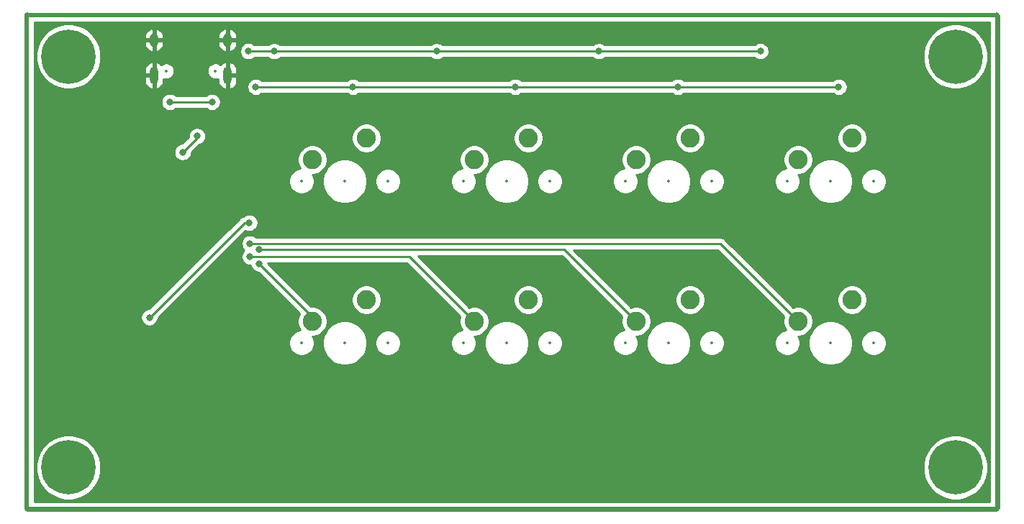
<source format=gbl>
%TF.GenerationSoftware,KiCad,Pcbnew,(5.1.10-1-10_14)*%
%TF.CreationDate,2021-08-26T10:17:17+08:00*%
%TF.ProjectId,SMP v.2,534d5020-762e-4322-9e6b-696361645f70,rev?*%
%TF.SameCoordinates,Original*%
%TF.FileFunction,Copper,L2,Bot*%
%TF.FilePolarity,Positive*%
%FSLAX46Y46*%
G04 Gerber Fmt 4.6, Leading zero omitted, Abs format (unit mm)*
G04 Created by KiCad (PCBNEW (5.1.10-1-10_14)) date 2021-08-26 10:17:17*
%MOMM*%
%LPD*%
G01*
G04 APERTURE LIST*
%TA.AperFunction,Profile*%
%ADD10C,0.050000*%
%TD*%
%TA.AperFunction,NonConductor*%
%ADD11C,0.500000*%
%TD*%
%TA.AperFunction,ComponentPad*%
%ADD12C,2.250000*%
%TD*%
%TA.AperFunction,ComponentPad*%
%ADD13C,6.400000*%
%TD*%
%TA.AperFunction,ComponentPad*%
%ADD14O,1.000000X1.600000*%
%TD*%
%TA.AperFunction,ComponentPad*%
%ADD15O,1.000000X2.100000*%
%TD*%
%TA.AperFunction,ViaPad*%
%ADD16C,0.800000*%
%TD*%
%TA.AperFunction,Conductor*%
%ADD17C,0.254000*%
%TD*%
%TA.AperFunction,Conductor*%
%ADD18C,0.100000*%
%TD*%
%ADD19C,0.350000*%
%ADD20O,0.600000X1.200000*%
%ADD21O,0.600000X1.700000*%
G04 APERTURE END LIST*
D10*
X156052520Y-83629500D02*
G75*
G02*
X155727400Y-83954620I-325120J0D01*
G01*
X155727400Y-25214580D02*
G75*
G02*
X156052520Y-25539700I0J-325120D01*
G01*
X41366440Y-25539700D02*
G75*
G02*
X41691560Y-25214580I325120J0D01*
G01*
X41689020Y-83957160D02*
G75*
G02*
X41363900Y-83632040I0J325120D01*
G01*
D11*
X155778200Y-25488900D02*
X155778200Y-83677760D01*
X41640760Y-83677760D02*
X155778200Y-83677760D01*
X41641840Y-25488900D02*
X155778200Y-25488900D01*
X41641840Y-25488900D02*
X41640760Y-83677760D01*
D10*
X41366440Y-25539700D02*
X41363900Y-83632040D01*
X155727400Y-25214580D02*
X41691560Y-25214580D01*
X156052520Y-83629500D02*
X156052520Y-25539700D01*
X41689020Y-83957160D02*
X155727400Y-83954620D01*
D12*
%TO.P,MX8,1*%
%TO.N,COL3*%
X132375900Y-61596300D03*
%TO.P,MX8,2*%
%TO.N,Net-(D4-Pad2)*%
X138725900Y-59056300D03*
%TD*%
D13*
%TO.P,H4,1*%
%TO.N,Net-(H4-Pad1)*%
X46528800Y-78790800D03*
%TD*%
%TO.P,H3,1*%
%TO.N,Net-(H3-Pad1)*%
X46528800Y-30378400D03*
%TD*%
%TO.P,H2,1*%
%TO.N,Net-(H2-Pad1)*%
X150901400Y-78790800D03*
%TD*%
%TO.P,H1,1*%
%TO.N,Net-(H1-Pad1)*%
X150901400Y-30378400D03*
%TD*%
D14*
%TO.P,J1,S1*%
%TO.N,GND*%
X56592400Y-28439400D03*
X65232400Y-28439400D03*
D15*
X65232400Y-32619400D03*
X56592400Y-32619400D03*
%TD*%
D12*
%TO.P,MX7,1*%
%TO.N,COL2*%
X113325900Y-61596300D03*
%TO.P,MX7,2*%
%TO.N,Net-(D8-Pad2)*%
X119675900Y-59056300D03*
%TD*%
%TO.P,MX6,1*%
%TO.N,COL1*%
X94275900Y-61596300D03*
%TO.P,MX6,2*%
%TO.N,Net-(D7-Pad2)*%
X100625900Y-59056300D03*
%TD*%
%TO.P,MX5,1*%
%TO.N,COL0*%
X75225900Y-61596300D03*
%TO.P,MX5,2*%
%TO.N,Net-(D3-Pad2)*%
X81575900Y-59056300D03*
%TD*%
%TO.P,MX4,1*%
%TO.N,COL3*%
X132375900Y-42546300D03*
%TO.P,MX4,2*%
%TO.N,Net-(D2-Pad2)*%
X138725900Y-40006300D03*
%TD*%
%TO.P,MX3,1*%
%TO.N,COL2*%
X113325900Y-42546300D03*
%TO.P,MX3,2*%
%TO.N,Net-(D6-Pad2)*%
X119675900Y-40006300D03*
%TD*%
%TO.P,MX2,1*%
%TO.N,COL1*%
X94275900Y-42546300D03*
%TO.P,MX2,2*%
%TO.N,Net-(D5-Pad2)*%
X100625900Y-40006300D03*
%TD*%
%TO.P,MX1,1*%
%TO.N,COL0*%
X75225900Y-42546300D03*
%TO.P,MX1,2*%
%TO.N,Net-(D1-Pad2)*%
X81575900Y-40006300D03*
%TD*%
D16*
%TO.N,ROW0*%
X137137140Y-33964880D03*
X68552620Y-33959800D03*
X79984600Y-33964880D03*
X99087940Y-33964880D03*
X118216680Y-33964880D03*
%TO.N,ROW1*%
X108920280Y-29763720D03*
X127934720Y-29761180D03*
X89849960Y-29763720D03*
X67703700Y-29758640D03*
X70723760Y-29763720D03*
%TO.N,COL0*%
X68910200Y-54762400D03*
%TO.N,COL1*%
X67884040Y-53959760D03*
%TO.N,COL2*%
X68910200Y-53152040D03*
%TO.N,COL3*%
X67871340Y-52420900D03*
%TO.N,Net-(F1-Pad2)*%
X63406022Y-35745420D03*
X58433503Y-35745417D03*
%TO.N,D-*%
X59969400Y-41656004D03*
X61658499Y-39766241D03*
%TO.N,Net-(R1-Pad2)*%
X56040020Y-61127640D03*
X67804378Y-49955800D03*
%TD*%
D17*
%TO.N,ROW0*%
X68557700Y-33964880D02*
X68552620Y-33959800D01*
X79984600Y-33964880D02*
X68557700Y-33964880D01*
X99087940Y-33964880D02*
X79984600Y-33964880D01*
X118216680Y-33964880D02*
X99087940Y-33964880D01*
X137137140Y-33964880D02*
X118216680Y-33964880D01*
%TO.N,ROW1*%
X108920280Y-29763720D02*
X127932180Y-29763720D01*
X127932180Y-29763720D02*
X127934720Y-29761180D01*
X89849960Y-29763720D02*
X108920280Y-29763720D01*
X68927980Y-29758640D02*
X67703700Y-29758640D01*
X67708780Y-29763720D02*
X67703700Y-29758640D01*
X70723760Y-29763720D02*
X67708780Y-29763720D01*
X89849960Y-29763720D02*
X70723760Y-29763720D01*
%TO.N,COL0*%
X75225900Y-61078100D02*
X75225900Y-61596300D01*
X68910200Y-54762400D02*
X75225900Y-61078100D01*
%TO.N,COL1*%
X86639360Y-53959760D02*
X94275900Y-61596300D01*
X67884040Y-53959760D02*
X86639360Y-53959760D01*
%TO.N,COL2*%
X104881640Y-53152040D02*
X113325900Y-61596300D01*
X68889880Y-53152040D02*
X104881640Y-53152040D01*
%TO.N,COL3*%
X132375900Y-61596300D02*
X123200500Y-52420900D01*
X123200500Y-52420900D02*
X67871340Y-52420900D01*
%TO.N,Net-(F1-Pad2)*%
X63406022Y-35745420D02*
X58483500Y-35745420D01*
X58483500Y-35745420D02*
X58483503Y-35745417D01*
%TO.N,D-*%
X59969400Y-41656004D02*
X61658499Y-39966905D01*
X61658499Y-39966905D02*
X61658499Y-39766241D01*
%TO.N,Net-(R1-Pad2)*%
X67216020Y-49951640D02*
X56040020Y-61127640D01*
X67800218Y-49951640D02*
X67804378Y-49955800D01*
X67216020Y-49951640D02*
X67800218Y-49951640D01*
%TD*%
%TO.N,GND*%
X154893201Y-82792760D02*
X42525776Y-82792760D01*
X42525857Y-78413085D01*
X42693800Y-78413085D01*
X42693800Y-79168515D01*
X42841177Y-79909428D01*
X43130267Y-80607354D01*
X43549961Y-81235470D01*
X44084130Y-81769639D01*
X44712246Y-82189333D01*
X45410172Y-82478423D01*
X46151085Y-82625800D01*
X46906515Y-82625800D01*
X47647428Y-82478423D01*
X48345354Y-82189333D01*
X48973470Y-81769639D01*
X49507639Y-81235470D01*
X49927333Y-80607354D01*
X50216423Y-79909428D01*
X50363800Y-79168515D01*
X50363800Y-78413085D01*
X147066400Y-78413085D01*
X147066400Y-79168515D01*
X147213777Y-79909428D01*
X147502867Y-80607354D01*
X147922561Y-81235470D01*
X148456730Y-81769639D01*
X149084846Y-82189333D01*
X149782772Y-82478423D01*
X150523685Y-82625800D01*
X151279115Y-82625800D01*
X152020028Y-82478423D01*
X152717954Y-82189333D01*
X153346070Y-81769639D01*
X153880239Y-81235470D01*
X154299933Y-80607354D01*
X154589023Y-79909428D01*
X154736400Y-79168515D01*
X154736400Y-78413085D01*
X154589023Y-77672172D01*
X154299933Y-76974246D01*
X153880239Y-76346130D01*
X153346070Y-75811961D01*
X152717954Y-75392267D01*
X152020028Y-75103177D01*
X151279115Y-74955800D01*
X150523685Y-74955800D01*
X149782772Y-75103177D01*
X149084846Y-75392267D01*
X148456730Y-75811961D01*
X147922561Y-76346130D01*
X147502867Y-76974246D01*
X147213777Y-77672172D01*
X147066400Y-78413085D01*
X50363800Y-78413085D01*
X50216423Y-77672172D01*
X49927333Y-76974246D01*
X49507639Y-76346130D01*
X48973470Y-75811961D01*
X48345354Y-75392267D01*
X47647428Y-75103177D01*
X46906515Y-74955800D01*
X46151085Y-74955800D01*
X45410172Y-75103177D01*
X44712246Y-75392267D01*
X44084130Y-75811961D01*
X43549961Y-76346130D01*
X43130267Y-76974246D01*
X42841177Y-77672172D01*
X42693800Y-78413085D01*
X42525857Y-78413085D01*
X42526179Y-61025701D01*
X55005020Y-61025701D01*
X55005020Y-61229579D01*
X55044794Y-61429538D01*
X55122815Y-61617896D01*
X55236083Y-61787414D01*
X55380246Y-61931577D01*
X55549764Y-62044845D01*
X55738122Y-62122866D01*
X55938081Y-62162640D01*
X56141959Y-62162640D01*
X56341918Y-62122866D01*
X56530276Y-62044845D01*
X56699794Y-61931577D01*
X56843957Y-61787414D01*
X56957225Y-61617896D01*
X57035246Y-61429538D01*
X57075020Y-61229579D01*
X57075020Y-61170270D01*
X65926329Y-52318961D01*
X66836340Y-52318961D01*
X66836340Y-52522839D01*
X66876114Y-52722798D01*
X66954135Y-52911156D01*
X67067403Y-53080674D01*
X67183409Y-53196680D01*
X67080103Y-53299986D01*
X66966835Y-53469504D01*
X66888814Y-53657862D01*
X66849040Y-53857821D01*
X66849040Y-54061699D01*
X66888814Y-54261658D01*
X66966835Y-54450016D01*
X67080103Y-54619534D01*
X67224266Y-54763697D01*
X67393784Y-54876965D01*
X67582142Y-54954986D01*
X67782101Y-54994760D01*
X67901142Y-54994760D01*
X67914974Y-55064298D01*
X67992995Y-55252656D01*
X68106263Y-55422174D01*
X68250426Y-55566337D01*
X68419944Y-55679605D01*
X68608302Y-55757626D01*
X68808261Y-55797400D01*
X68867570Y-55797400D01*
X73732934Y-60662764D01*
X73666208Y-60762627D01*
X73533536Y-61082927D01*
X73465900Y-61422955D01*
X73465900Y-61769645D01*
X73533536Y-62109673D01*
X73666208Y-62429973D01*
X73798538Y-62628019D01*
X73515449Y-62684329D01*
X73240647Y-62798156D01*
X72993331Y-62963407D01*
X72783007Y-63173731D01*
X72617756Y-63421047D01*
X72503929Y-63695849D01*
X72445900Y-63987578D01*
X72445900Y-64285022D01*
X72503929Y-64576751D01*
X72617756Y-64851553D01*
X72783007Y-65098869D01*
X72993331Y-65309193D01*
X73240647Y-65474444D01*
X73515449Y-65588271D01*
X73807178Y-65646300D01*
X74104622Y-65646300D01*
X74396351Y-65588271D01*
X74671153Y-65474444D01*
X74918469Y-65309193D01*
X75128793Y-65098869D01*
X75294044Y-64851553D01*
X75407871Y-64576751D01*
X75465900Y-64285022D01*
X75465900Y-63987578D01*
X75443980Y-63877376D01*
X76407000Y-63877376D01*
X76407000Y-64395224D01*
X76508027Y-64903122D01*
X76706199Y-65381551D01*
X76993900Y-65812126D01*
X77360074Y-66178300D01*
X77790649Y-66466001D01*
X78269078Y-66664173D01*
X78776976Y-66765200D01*
X79294824Y-66765200D01*
X79802722Y-66664173D01*
X80281151Y-66466001D01*
X80711726Y-66178300D01*
X81077900Y-65812126D01*
X81365601Y-65381551D01*
X81563773Y-64903122D01*
X81664800Y-64395224D01*
X81664800Y-63987578D01*
X82605900Y-63987578D01*
X82605900Y-64285022D01*
X82663929Y-64576751D01*
X82777756Y-64851553D01*
X82943007Y-65098869D01*
X83153331Y-65309193D01*
X83400647Y-65474444D01*
X83675449Y-65588271D01*
X83967178Y-65646300D01*
X84264622Y-65646300D01*
X84556351Y-65588271D01*
X84831153Y-65474444D01*
X85078469Y-65309193D01*
X85288793Y-65098869D01*
X85454044Y-64851553D01*
X85567871Y-64576751D01*
X85625900Y-64285022D01*
X85625900Y-63987578D01*
X85567871Y-63695849D01*
X85454044Y-63421047D01*
X85288793Y-63173731D01*
X85078469Y-62963407D01*
X84831153Y-62798156D01*
X84556351Y-62684329D01*
X84264622Y-62626300D01*
X83967178Y-62626300D01*
X83675449Y-62684329D01*
X83400647Y-62798156D01*
X83153331Y-62963407D01*
X82943007Y-63173731D01*
X82777756Y-63421047D01*
X82663929Y-63695849D01*
X82605900Y-63987578D01*
X81664800Y-63987578D01*
X81664800Y-63877376D01*
X81563773Y-63369478D01*
X81365601Y-62891049D01*
X81077900Y-62460474D01*
X80711726Y-62094300D01*
X80281151Y-61806599D01*
X79802722Y-61608427D01*
X79294824Y-61507400D01*
X78776976Y-61507400D01*
X78269078Y-61608427D01*
X77790649Y-61806599D01*
X77360074Y-62094300D01*
X76993900Y-62460474D01*
X76706199Y-62891049D01*
X76508027Y-63369478D01*
X76407000Y-63877376D01*
X75443980Y-63877376D01*
X75407871Y-63695849D01*
X75294044Y-63421047D01*
X75250782Y-63356300D01*
X75399245Y-63356300D01*
X75739273Y-63288664D01*
X76059573Y-63155992D01*
X76347835Y-62963381D01*
X76592981Y-62718235D01*
X76785592Y-62429973D01*
X76918264Y-62109673D01*
X76985900Y-61769645D01*
X76985900Y-61422955D01*
X76918264Y-61082927D01*
X76785592Y-60762627D01*
X76592981Y-60474365D01*
X76347835Y-60229219D01*
X76059573Y-60036608D01*
X75739273Y-59903936D01*
X75399245Y-59836300D01*
X75061730Y-59836300D01*
X74108385Y-58882955D01*
X79815900Y-58882955D01*
X79815900Y-59229645D01*
X79883536Y-59569673D01*
X80016208Y-59889973D01*
X80208819Y-60178235D01*
X80453965Y-60423381D01*
X80742227Y-60615992D01*
X81062527Y-60748664D01*
X81402555Y-60816300D01*
X81749245Y-60816300D01*
X82089273Y-60748664D01*
X82409573Y-60615992D01*
X82697835Y-60423381D01*
X82942981Y-60178235D01*
X83135592Y-59889973D01*
X83268264Y-59569673D01*
X83335900Y-59229645D01*
X83335900Y-58882955D01*
X83268264Y-58542927D01*
X83135592Y-58222627D01*
X82942981Y-57934365D01*
X82697835Y-57689219D01*
X82409573Y-57496608D01*
X82089273Y-57363936D01*
X81749245Y-57296300D01*
X81402555Y-57296300D01*
X81062527Y-57363936D01*
X80742227Y-57496608D01*
X80453965Y-57689219D01*
X80208819Y-57934365D01*
X80016208Y-58222627D01*
X79883536Y-58542927D01*
X79815900Y-58882955D01*
X74108385Y-58882955D01*
X69947190Y-54721760D01*
X86323730Y-54721760D01*
X92613224Y-61011254D01*
X92583536Y-61082927D01*
X92515900Y-61422955D01*
X92515900Y-61769645D01*
X92583536Y-62109673D01*
X92716208Y-62429973D01*
X92848538Y-62628019D01*
X92565449Y-62684329D01*
X92290647Y-62798156D01*
X92043331Y-62963407D01*
X91833007Y-63173731D01*
X91667756Y-63421047D01*
X91553929Y-63695849D01*
X91495900Y-63987578D01*
X91495900Y-64285022D01*
X91553929Y-64576751D01*
X91667756Y-64851553D01*
X91833007Y-65098869D01*
X92043331Y-65309193D01*
X92290647Y-65474444D01*
X92565449Y-65588271D01*
X92857178Y-65646300D01*
X93154622Y-65646300D01*
X93446351Y-65588271D01*
X93721153Y-65474444D01*
X93968469Y-65309193D01*
X94178793Y-65098869D01*
X94344044Y-64851553D01*
X94457871Y-64576751D01*
X94515900Y-64285022D01*
X94515900Y-63987578D01*
X94493980Y-63877376D01*
X95457000Y-63877376D01*
X95457000Y-64395224D01*
X95558027Y-64903122D01*
X95756199Y-65381551D01*
X96043900Y-65812126D01*
X96410074Y-66178300D01*
X96840649Y-66466001D01*
X97319078Y-66664173D01*
X97826976Y-66765200D01*
X98344824Y-66765200D01*
X98852722Y-66664173D01*
X99331151Y-66466001D01*
X99761726Y-66178300D01*
X100127900Y-65812126D01*
X100415601Y-65381551D01*
X100613773Y-64903122D01*
X100714800Y-64395224D01*
X100714800Y-63987578D01*
X101655900Y-63987578D01*
X101655900Y-64285022D01*
X101713929Y-64576751D01*
X101827756Y-64851553D01*
X101993007Y-65098869D01*
X102203331Y-65309193D01*
X102450647Y-65474444D01*
X102725449Y-65588271D01*
X103017178Y-65646300D01*
X103314622Y-65646300D01*
X103606351Y-65588271D01*
X103881153Y-65474444D01*
X104128469Y-65309193D01*
X104338793Y-65098869D01*
X104504044Y-64851553D01*
X104617871Y-64576751D01*
X104675900Y-64285022D01*
X104675900Y-63987578D01*
X104617871Y-63695849D01*
X104504044Y-63421047D01*
X104338793Y-63173731D01*
X104128469Y-62963407D01*
X103881153Y-62798156D01*
X103606351Y-62684329D01*
X103314622Y-62626300D01*
X103017178Y-62626300D01*
X102725449Y-62684329D01*
X102450647Y-62798156D01*
X102203331Y-62963407D01*
X101993007Y-63173731D01*
X101827756Y-63421047D01*
X101713929Y-63695849D01*
X101655900Y-63987578D01*
X100714800Y-63987578D01*
X100714800Y-63877376D01*
X100613773Y-63369478D01*
X100415601Y-62891049D01*
X100127900Y-62460474D01*
X99761726Y-62094300D01*
X99331151Y-61806599D01*
X98852722Y-61608427D01*
X98344824Y-61507400D01*
X97826976Y-61507400D01*
X97319078Y-61608427D01*
X96840649Y-61806599D01*
X96410074Y-62094300D01*
X96043900Y-62460474D01*
X95756199Y-62891049D01*
X95558027Y-63369478D01*
X95457000Y-63877376D01*
X94493980Y-63877376D01*
X94457871Y-63695849D01*
X94344044Y-63421047D01*
X94300782Y-63356300D01*
X94449245Y-63356300D01*
X94789273Y-63288664D01*
X95109573Y-63155992D01*
X95397835Y-62963381D01*
X95642981Y-62718235D01*
X95835592Y-62429973D01*
X95968264Y-62109673D01*
X96035900Y-61769645D01*
X96035900Y-61422955D01*
X95968264Y-61082927D01*
X95835592Y-60762627D01*
X95642981Y-60474365D01*
X95397835Y-60229219D01*
X95109573Y-60036608D01*
X94789273Y-59903936D01*
X94449245Y-59836300D01*
X94102555Y-59836300D01*
X93762527Y-59903936D01*
X93690854Y-59933624D01*
X92640185Y-58882955D01*
X98865900Y-58882955D01*
X98865900Y-59229645D01*
X98933536Y-59569673D01*
X99066208Y-59889973D01*
X99258819Y-60178235D01*
X99503965Y-60423381D01*
X99792227Y-60615992D01*
X100112527Y-60748664D01*
X100452555Y-60816300D01*
X100799245Y-60816300D01*
X101139273Y-60748664D01*
X101459573Y-60615992D01*
X101747835Y-60423381D01*
X101992981Y-60178235D01*
X102185592Y-59889973D01*
X102318264Y-59569673D01*
X102385900Y-59229645D01*
X102385900Y-58882955D01*
X102318264Y-58542927D01*
X102185592Y-58222627D01*
X101992981Y-57934365D01*
X101747835Y-57689219D01*
X101459573Y-57496608D01*
X101139273Y-57363936D01*
X100799245Y-57296300D01*
X100452555Y-57296300D01*
X100112527Y-57363936D01*
X99792227Y-57496608D01*
X99503965Y-57689219D01*
X99258819Y-57934365D01*
X99066208Y-58222627D01*
X98933536Y-58542927D01*
X98865900Y-58882955D01*
X92640185Y-58882955D01*
X87671270Y-53914040D01*
X104566010Y-53914040D01*
X111663224Y-61011254D01*
X111633536Y-61082927D01*
X111565900Y-61422955D01*
X111565900Y-61769645D01*
X111633536Y-62109673D01*
X111766208Y-62429973D01*
X111898538Y-62628019D01*
X111615449Y-62684329D01*
X111340647Y-62798156D01*
X111093331Y-62963407D01*
X110883007Y-63173731D01*
X110717756Y-63421047D01*
X110603929Y-63695849D01*
X110545900Y-63987578D01*
X110545900Y-64285022D01*
X110603929Y-64576751D01*
X110717756Y-64851553D01*
X110883007Y-65098869D01*
X111093331Y-65309193D01*
X111340647Y-65474444D01*
X111615449Y-65588271D01*
X111907178Y-65646300D01*
X112204622Y-65646300D01*
X112496351Y-65588271D01*
X112771153Y-65474444D01*
X113018469Y-65309193D01*
X113228793Y-65098869D01*
X113394044Y-64851553D01*
X113507871Y-64576751D01*
X113565900Y-64285022D01*
X113565900Y-63987578D01*
X113543980Y-63877376D01*
X114507000Y-63877376D01*
X114507000Y-64395224D01*
X114608027Y-64903122D01*
X114806199Y-65381551D01*
X115093900Y-65812126D01*
X115460074Y-66178300D01*
X115890649Y-66466001D01*
X116369078Y-66664173D01*
X116876976Y-66765200D01*
X117394824Y-66765200D01*
X117902722Y-66664173D01*
X118381151Y-66466001D01*
X118811726Y-66178300D01*
X119177900Y-65812126D01*
X119465601Y-65381551D01*
X119663773Y-64903122D01*
X119764800Y-64395224D01*
X119764800Y-63987578D01*
X120705900Y-63987578D01*
X120705900Y-64285022D01*
X120763929Y-64576751D01*
X120877756Y-64851553D01*
X121043007Y-65098869D01*
X121253331Y-65309193D01*
X121500647Y-65474444D01*
X121775449Y-65588271D01*
X122067178Y-65646300D01*
X122364622Y-65646300D01*
X122656351Y-65588271D01*
X122931153Y-65474444D01*
X123178469Y-65309193D01*
X123388793Y-65098869D01*
X123554044Y-64851553D01*
X123667871Y-64576751D01*
X123725900Y-64285022D01*
X123725900Y-63987578D01*
X123667871Y-63695849D01*
X123554044Y-63421047D01*
X123388793Y-63173731D01*
X123178469Y-62963407D01*
X122931153Y-62798156D01*
X122656351Y-62684329D01*
X122364622Y-62626300D01*
X122067178Y-62626300D01*
X121775449Y-62684329D01*
X121500647Y-62798156D01*
X121253331Y-62963407D01*
X121043007Y-63173731D01*
X120877756Y-63421047D01*
X120763929Y-63695849D01*
X120705900Y-63987578D01*
X119764800Y-63987578D01*
X119764800Y-63877376D01*
X119663773Y-63369478D01*
X119465601Y-62891049D01*
X119177900Y-62460474D01*
X118811726Y-62094300D01*
X118381151Y-61806599D01*
X117902722Y-61608427D01*
X117394824Y-61507400D01*
X116876976Y-61507400D01*
X116369078Y-61608427D01*
X115890649Y-61806599D01*
X115460074Y-62094300D01*
X115093900Y-62460474D01*
X114806199Y-62891049D01*
X114608027Y-63369478D01*
X114507000Y-63877376D01*
X113543980Y-63877376D01*
X113507871Y-63695849D01*
X113394044Y-63421047D01*
X113350782Y-63356300D01*
X113499245Y-63356300D01*
X113839273Y-63288664D01*
X114159573Y-63155992D01*
X114447835Y-62963381D01*
X114692981Y-62718235D01*
X114885592Y-62429973D01*
X115018264Y-62109673D01*
X115085900Y-61769645D01*
X115085900Y-61422955D01*
X115018264Y-61082927D01*
X114885592Y-60762627D01*
X114692981Y-60474365D01*
X114447835Y-60229219D01*
X114159573Y-60036608D01*
X113839273Y-59903936D01*
X113499245Y-59836300D01*
X113152555Y-59836300D01*
X112812527Y-59903936D01*
X112740854Y-59933624D01*
X111690185Y-58882955D01*
X117915900Y-58882955D01*
X117915900Y-59229645D01*
X117983536Y-59569673D01*
X118116208Y-59889973D01*
X118308819Y-60178235D01*
X118553965Y-60423381D01*
X118842227Y-60615992D01*
X119162527Y-60748664D01*
X119502555Y-60816300D01*
X119849245Y-60816300D01*
X120189273Y-60748664D01*
X120509573Y-60615992D01*
X120797835Y-60423381D01*
X121042981Y-60178235D01*
X121235592Y-59889973D01*
X121368264Y-59569673D01*
X121435900Y-59229645D01*
X121435900Y-58882955D01*
X121368264Y-58542927D01*
X121235592Y-58222627D01*
X121042981Y-57934365D01*
X120797835Y-57689219D01*
X120509573Y-57496608D01*
X120189273Y-57363936D01*
X119849245Y-57296300D01*
X119502555Y-57296300D01*
X119162527Y-57363936D01*
X118842227Y-57496608D01*
X118553965Y-57689219D01*
X118308819Y-57934365D01*
X118116208Y-58222627D01*
X117983536Y-58542927D01*
X117915900Y-58882955D01*
X111690185Y-58882955D01*
X105990130Y-53182900D01*
X122884870Y-53182900D01*
X130713224Y-61011254D01*
X130683536Y-61082927D01*
X130615900Y-61422955D01*
X130615900Y-61769645D01*
X130683536Y-62109673D01*
X130816208Y-62429973D01*
X130948538Y-62628019D01*
X130665449Y-62684329D01*
X130390647Y-62798156D01*
X130143331Y-62963407D01*
X129933007Y-63173731D01*
X129767756Y-63421047D01*
X129653929Y-63695849D01*
X129595900Y-63987578D01*
X129595900Y-64285022D01*
X129653929Y-64576751D01*
X129767756Y-64851553D01*
X129933007Y-65098869D01*
X130143331Y-65309193D01*
X130390647Y-65474444D01*
X130665449Y-65588271D01*
X130957178Y-65646300D01*
X131254622Y-65646300D01*
X131546351Y-65588271D01*
X131821153Y-65474444D01*
X132068469Y-65309193D01*
X132278793Y-65098869D01*
X132444044Y-64851553D01*
X132557871Y-64576751D01*
X132615900Y-64285022D01*
X132615900Y-63987578D01*
X132593980Y-63877376D01*
X133557000Y-63877376D01*
X133557000Y-64395224D01*
X133658027Y-64903122D01*
X133856199Y-65381551D01*
X134143900Y-65812126D01*
X134510074Y-66178300D01*
X134940649Y-66466001D01*
X135419078Y-66664173D01*
X135926976Y-66765200D01*
X136444824Y-66765200D01*
X136952722Y-66664173D01*
X137431151Y-66466001D01*
X137861726Y-66178300D01*
X138227900Y-65812126D01*
X138515601Y-65381551D01*
X138713773Y-64903122D01*
X138814800Y-64395224D01*
X138814800Y-63987578D01*
X139755900Y-63987578D01*
X139755900Y-64285022D01*
X139813929Y-64576751D01*
X139927756Y-64851553D01*
X140093007Y-65098869D01*
X140303331Y-65309193D01*
X140550647Y-65474444D01*
X140825449Y-65588271D01*
X141117178Y-65646300D01*
X141414622Y-65646300D01*
X141706351Y-65588271D01*
X141981153Y-65474444D01*
X142228469Y-65309193D01*
X142438793Y-65098869D01*
X142604044Y-64851553D01*
X142717871Y-64576751D01*
X142775900Y-64285022D01*
X142775900Y-63987578D01*
X142717871Y-63695849D01*
X142604044Y-63421047D01*
X142438793Y-63173731D01*
X142228469Y-62963407D01*
X141981153Y-62798156D01*
X141706351Y-62684329D01*
X141414622Y-62626300D01*
X141117178Y-62626300D01*
X140825449Y-62684329D01*
X140550647Y-62798156D01*
X140303331Y-62963407D01*
X140093007Y-63173731D01*
X139927756Y-63421047D01*
X139813929Y-63695849D01*
X139755900Y-63987578D01*
X138814800Y-63987578D01*
X138814800Y-63877376D01*
X138713773Y-63369478D01*
X138515601Y-62891049D01*
X138227900Y-62460474D01*
X137861726Y-62094300D01*
X137431151Y-61806599D01*
X136952722Y-61608427D01*
X136444824Y-61507400D01*
X135926976Y-61507400D01*
X135419078Y-61608427D01*
X134940649Y-61806599D01*
X134510074Y-62094300D01*
X134143900Y-62460474D01*
X133856199Y-62891049D01*
X133658027Y-63369478D01*
X133557000Y-63877376D01*
X132593980Y-63877376D01*
X132557871Y-63695849D01*
X132444044Y-63421047D01*
X132400782Y-63356300D01*
X132549245Y-63356300D01*
X132889273Y-63288664D01*
X133209573Y-63155992D01*
X133497835Y-62963381D01*
X133742981Y-62718235D01*
X133935592Y-62429973D01*
X134068264Y-62109673D01*
X134135900Y-61769645D01*
X134135900Y-61422955D01*
X134068264Y-61082927D01*
X133935592Y-60762627D01*
X133742981Y-60474365D01*
X133497835Y-60229219D01*
X133209573Y-60036608D01*
X132889273Y-59903936D01*
X132549245Y-59836300D01*
X132202555Y-59836300D01*
X131862527Y-59903936D01*
X131790854Y-59933624D01*
X130740185Y-58882955D01*
X136965900Y-58882955D01*
X136965900Y-59229645D01*
X137033536Y-59569673D01*
X137166208Y-59889973D01*
X137358819Y-60178235D01*
X137603965Y-60423381D01*
X137892227Y-60615992D01*
X138212527Y-60748664D01*
X138552555Y-60816300D01*
X138899245Y-60816300D01*
X139239273Y-60748664D01*
X139559573Y-60615992D01*
X139847835Y-60423381D01*
X140092981Y-60178235D01*
X140285592Y-59889973D01*
X140418264Y-59569673D01*
X140485900Y-59229645D01*
X140485900Y-58882955D01*
X140418264Y-58542927D01*
X140285592Y-58222627D01*
X140092981Y-57934365D01*
X139847835Y-57689219D01*
X139559573Y-57496608D01*
X139239273Y-57363936D01*
X138899245Y-57296300D01*
X138552555Y-57296300D01*
X138212527Y-57363936D01*
X137892227Y-57496608D01*
X137603965Y-57689219D01*
X137358819Y-57934365D01*
X137166208Y-58222627D01*
X137033536Y-58542927D01*
X136965900Y-58882955D01*
X130740185Y-58882955D01*
X123765784Y-51908554D01*
X123741922Y-51879478D01*
X123625892Y-51784255D01*
X123493515Y-51713498D01*
X123349878Y-51669926D01*
X123237926Y-51658900D01*
X123237923Y-51658900D01*
X123200500Y-51655214D01*
X123163077Y-51658900D01*
X68573051Y-51658900D01*
X68531114Y-51616963D01*
X68361596Y-51503695D01*
X68173238Y-51425674D01*
X67973279Y-51385900D01*
X67769401Y-51385900D01*
X67569442Y-51425674D01*
X67381084Y-51503695D01*
X67211566Y-51616963D01*
X67067403Y-51761126D01*
X66954135Y-51930644D01*
X66876114Y-52119002D01*
X66836340Y-52318961D01*
X65926329Y-52318961D01*
X67355250Y-50890041D01*
X67502480Y-50951026D01*
X67702439Y-50990800D01*
X67906317Y-50990800D01*
X68106276Y-50951026D01*
X68294634Y-50873005D01*
X68464152Y-50759737D01*
X68608315Y-50615574D01*
X68721583Y-50446056D01*
X68799604Y-50257698D01*
X68839378Y-50057739D01*
X68839378Y-49853861D01*
X68799604Y-49653902D01*
X68721583Y-49465544D01*
X68608315Y-49296026D01*
X68464152Y-49151863D01*
X68294634Y-49038595D01*
X68106276Y-48960574D01*
X67906317Y-48920800D01*
X67702439Y-48920800D01*
X67502480Y-48960574D01*
X67314122Y-49038595D01*
X67144604Y-49151863D01*
X67098987Y-49197480D01*
X67066642Y-49200666D01*
X66923005Y-49244238D01*
X66861384Y-49277175D01*
X66790627Y-49314995D01*
X66707924Y-49382868D01*
X66674598Y-49410218D01*
X66650741Y-49439288D01*
X55997390Y-60092640D01*
X55938081Y-60092640D01*
X55738122Y-60132414D01*
X55549764Y-60210435D01*
X55380246Y-60323703D01*
X55236083Y-60467866D01*
X55122815Y-60637384D01*
X55044794Y-60825742D01*
X55005020Y-61025701D01*
X42526179Y-61025701D01*
X42526477Y-44937578D01*
X72445900Y-44937578D01*
X72445900Y-45235022D01*
X72503929Y-45526751D01*
X72617756Y-45801553D01*
X72783007Y-46048869D01*
X72993331Y-46259193D01*
X73240647Y-46424444D01*
X73515449Y-46538271D01*
X73807178Y-46596300D01*
X74104622Y-46596300D01*
X74396351Y-46538271D01*
X74671153Y-46424444D01*
X74918469Y-46259193D01*
X75128793Y-46048869D01*
X75294044Y-45801553D01*
X75407871Y-45526751D01*
X75465900Y-45235022D01*
X75465900Y-44937578D01*
X75443980Y-44827376D01*
X76407000Y-44827376D01*
X76407000Y-45345224D01*
X76508027Y-45853122D01*
X76706199Y-46331551D01*
X76993900Y-46762126D01*
X77360074Y-47128300D01*
X77790649Y-47416001D01*
X78269078Y-47614173D01*
X78776976Y-47715200D01*
X79294824Y-47715200D01*
X79802722Y-47614173D01*
X80281151Y-47416001D01*
X80711726Y-47128300D01*
X81077900Y-46762126D01*
X81365601Y-46331551D01*
X81563773Y-45853122D01*
X81664800Y-45345224D01*
X81664800Y-44937578D01*
X82605900Y-44937578D01*
X82605900Y-45235022D01*
X82663929Y-45526751D01*
X82777756Y-45801553D01*
X82943007Y-46048869D01*
X83153331Y-46259193D01*
X83400647Y-46424444D01*
X83675449Y-46538271D01*
X83967178Y-46596300D01*
X84264622Y-46596300D01*
X84556351Y-46538271D01*
X84831153Y-46424444D01*
X85078469Y-46259193D01*
X85288793Y-46048869D01*
X85454044Y-45801553D01*
X85567871Y-45526751D01*
X85625900Y-45235022D01*
X85625900Y-44937578D01*
X91495900Y-44937578D01*
X91495900Y-45235022D01*
X91553929Y-45526751D01*
X91667756Y-45801553D01*
X91833007Y-46048869D01*
X92043331Y-46259193D01*
X92290647Y-46424444D01*
X92565449Y-46538271D01*
X92857178Y-46596300D01*
X93154622Y-46596300D01*
X93446351Y-46538271D01*
X93721153Y-46424444D01*
X93968469Y-46259193D01*
X94178793Y-46048869D01*
X94344044Y-45801553D01*
X94457871Y-45526751D01*
X94515900Y-45235022D01*
X94515900Y-44937578D01*
X94493980Y-44827376D01*
X95457000Y-44827376D01*
X95457000Y-45345224D01*
X95558027Y-45853122D01*
X95756199Y-46331551D01*
X96043900Y-46762126D01*
X96410074Y-47128300D01*
X96840649Y-47416001D01*
X97319078Y-47614173D01*
X97826976Y-47715200D01*
X98344824Y-47715200D01*
X98852722Y-47614173D01*
X99331151Y-47416001D01*
X99761726Y-47128300D01*
X100127900Y-46762126D01*
X100415601Y-46331551D01*
X100613773Y-45853122D01*
X100714800Y-45345224D01*
X100714800Y-44937578D01*
X101655900Y-44937578D01*
X101655900Y-45235022D01*
X101713929Y-45526751D01*
X101827756Y-45801553D01*
X101993007Y-46048869D01*
X102203331Y-46259193D01*
X102450647Y-46424444D01*
X102725449Y-46538271D01*
X103017178Y-46596300D01*
X103314622Y-46596300D01*
X103606351Y-46538271D01*
X103881153Y-46424444D01*
X104128469Y-46259193D01*
X104338793Y-46048869D01*
X104504044Y-45801553D01*
X104617871Y-45526751D01*
X104675900Y-45235022D01*
X104675900Y-44937578D01*
X110545900Y-44937578D01*
X110545900Y-45235022D01*
X110603929Y-45526751D01*
X110717756Y-45801553D01*
X110883007Y-46048869D01*
X111093331Y-46259193D01*
X111340647Y-46424444D01*
X111615449Y-46538271D01*
X111907178Y-46596300D01*
X112204622Y-46596300D01*
X112496351Y-46538271D01*
X112771153Y-46424444D01*
X113018469Y-46259193D01*
X113228793Y-46048869D01*
X113394044Y-45801553D01*
X113507871Y-45526751D01*
X113565900Y-45235022D01*
X113565900Y-44937578D01*
X113543980Y-44827376D01*
X114507000Y-44827376D01*
X114507000Y-45345224D01*
X114608027Y-45853122D01*
X114806199Y-46331551D01*
X115093900Y-46762126D01*
X115460074Y-47128300D01*
X115890649Y-47416001D01*
X116369078Y-47614173D01*
X116876976Y-47715200D01*
X117394824Y-47715200D01*
X117902722Y-47614173D01*
X118381151Y-47416001D01*
X118811726Y-47128300D01*
X119177900Y-46762126D01*
X119465601Y-46331551D01*
X119663773Y-45853122D01*
X119764800Y-45345224D01*
X119764800Y-44937578D01*
X120705900Y-44937578D01*
X120705900Y-45235022D01*
X120763929Y-45526751D01*
X120877756Y-45801553D01*
X121043007Y-46048869D01*
X121253331Y-46259193D01*
X121500647Y-46424444D01*
X121775449Y-46538271D01*
X122067178Y-46596300D01*
X122364622Y-46596300D01*
X122656351Y-46538271D01*
X122931153Y-46424444D01*
X123178469Y-46259193D01*
X123388793Y-46048869D01*
X123554044Y-45801553D01*
X123667871Y-45526751D01*
X123725900Y-45235022D01*
X123725900Y-44937578D01*
X129595900Y-44937578D01*
X129595900Y-45235022D01*
X129653929Y-45526751D01*
X129767756Y-45801553D01*
X129933007Y-46048869D01*
X130143331Y-46259193D01*
X130390647Y-46424444D01*
X130665449Y-46538271D01*
X130957178Y-46596300D01*
X131254622Y-46596300D01*
X131546351Y-46538271D01*
X131821153Y-46424444D01*
X132068469Y-46259193D01*
X132278793Y-46048869D01*
X132444044Y-45801553D01*
X132557871Y-45526751D01*
X132615900Y-45235022D01*
X132615900Y-44937578D01*
X132593980Y-44827376D01*
X133557000Y-44827376D01*
X133557000Y-45345224D01*
X133658027Y-45853122D01*
X133856199Y-46331551D01*
X134143900Y-46762126D01*
X134510074Y-47128300D01*
X134940649Y-47416001D01*
X135419078Y-47614173D01*
X135926976Y-47715200D01*
X136444824Y-47715200D01*
X136952722Y-47614173D01*
X137431151Y-47416001D01*
X137861726Y-47128300D01*
X138227900Y-46762126D01*
X138515601Y-46331551D01*
X138713773Y-45853122D01*
X138814800Y-45345224D01*
X138814800Y-44937578D01*
X139755900Y-44937578D01*
X139755900Y-45235022D01*
X139813929Y-45526751D01*
X139927756Y-45801553D01*
X140093007Y-46048869D01*
X140303331Y-46259193D01*
X140550647Y-46424444D01*
X140825449Y-46538271D01*
X141117178Y-46596300D01*
X141414622Y-46596300D01*
X141706351Y-46538271D01*
X141981153Y-46424444D01*
X142228469Y-46259193D01*
X142438793Y-46048869D01*
X142604044Y-45801553D01*
X142717871Y-45526751D01*
X142775900Y-45235022D01*
X142775900Y-44937578D01*
X142717871Y-44645849D01*
X142604044Y-44371047D01*
X142438793Y-44123731D01*
X142228469Y-43913407D01*
X141981153Y-43748156D01*
X141706351Y-43634329D01*
X141414622Y-43576300D01*
X141117178Y-43576300D01*
X140825449Y-43634329D01*
X140550647Y-43748156D01*
X140303331Y-43913407D01*
X140093007Y-44123731D01*
X139927756Y-44371047D01*
X139813929Y-44645849D01*
X139755900Y-44937578D01*
X138814800Y-44937578D01*
X138814800Y-44827376D01*
X138713773Y-44319478D01*
X138515601Y-43841049D01*
X138227900Y-43410474D01*
X137861726Y-43044300D01*
X137431151Y-42756599D01*
X136952722Y-42558427D01*
X136444824Y-42457400D01*
X135926976Y-42457400D01*
X135419078Y-42558427D01*
X134940649Y-42756599D01*
X134510074Y-43044300D01*
X134143900Y-43410474D01*
X133856199Y-43841049D01*
X133658027Y-44319478D01*
X133557000Y-44827376D01*
X132593980Y-44827376D01*
X132557871Y-44645849D01*
X132444044Y-44371047D01*
X132400782Y-44306300D01*
X132549245Y-44306300D01*
X132889273Y-44238664D01*
X133209573Y-44105992D01*
X133497835Y-43913381D01*
X133742981Y-43668235D01*
X133935592Y-43379973D01*
X134068264Y-43059673D01*
X134135900Y-42719645D01*
X134135900Y-42372955D01*
X134068264Y-42032927D01*
X133935592Y-41712627D01*
X133742981Y-41424365D01*
X133497835Y-41179219D01*
X133209573Y-40986608D01*
X132889273Y-40853936D01*
X132549245Y-40786300D01*
X132202555Y-40786300D01*
X131862527Y-40853936D01*
X131542227Y-40986608D01*
X131253965Y-41179219D01*
X131008819Y-41424365D01*
X130816208Y-41712627D01*
X130683536Y-42032927D01*
X130615900Y-42372955D01*
X130615900Y-42719645D01*
X130683536Y-43059673D01*
X130816208Y-43379973D01*
X130948538Y-43578019D01*
X130665449Y-43634329D01*
X130390647Y-43748156D01*
X130143331Y-43913407D01*
X129933007Y-44123731D01*
X129767756Y-44371047D01*
X129653929Y-44645849D01*
X129595900Y-44937578D01*
X123725900Y-44937578D01*
X123667871Y-44645849D01*
X123554044Y-44371047D01*
X123388793Y-44123731D01*
X123178469Y-43913407D01*
X122931153Y-43748156D01*
X122656351Y-43634329D01*
X122364622Y-43576300D01*
X122067178Y-43576300D01*
X121775449Y-43634329D01*
X121500647Y-43748156D01*
X121253331Y-43913407D01*
X121043007Y-44123731D01*
X120877756Y-44371047D01*
X120763929Y-44645849D01*
X120705900Y-44937578D01*
X119764800Y-44937578D01*
X119764800Y-44827376D01*
X119663773Y-44319478D01*
X119465601Y-43841049D01*
X119177900Y-43410474D01*
X118811726Y-43044300D01*
X118381151Y-42756599D01*
X117902722Y-42558427D01*
X117394824Y-42457400D01*
X116876976Y-42457400D01*
X116369078Y-42558427D01*
X115890649Y-42756599D01*
X115460074Y-43044300D01*
X115093900Y-43410474D01*
X114806199Y-43841049D01*
X114608027Y-44319478D01*
X114507000Y-44827376D01*
X113543980Y-44827376D01*
X113507871Y-44645849D01*
X113394044Y-44371047D01*
X113350782Y-44306300D01*
X113499245Y-44306300D01*
X113839273Y-44238664D01*
X114159573Y-44105992D01*
X114447835Y-43913381D01*
X114692981Y-43668235D01*
X114885592Y-43379973D01*
X115018264Y-43059673D01*
X115085900Y-42719645D01*
X115085900Y-42372955D01*
X115018264Y-42032927D01*
X114885592Y-41712627D01*
X114692981Y-41424365D01*
X114447835Y-41179219D01*
X114159573Y-40986608D01*
X113839273Y-40853936D01*
X113499245Y-40786300D01*
X113152555Y-40786300D01*
X112812527Y-40853936D01*
X112492227Y-40986608D01*
X112203965Y-41179219D01*
X111958819Y-41424365D01*
X111766208Y-41712627D01*
X111633536Y-42032927D01*
X111565900Y-42372955D01*
X111565900Y-42719645D01*
X111633536Y-43059673D01*
X111766208Y-43379973D01*
X111898538Y-43578019D01*
X111615449Y-43634329D01*
X111340647Y-43748156D01*
X111093331Y-43913407D01*
X110883007Y-44123731D01*
X110717756Y-44371047D01*
X110603929Y-44645849D01*
X110545900Y-44937578D01*
X104675900Y-44937578D01*
X104617871Y-44645849D01*
X104504044Y-44371047D01*
X104338793Y-44123731D01*
X104128469Y-43913407D01*
X103881153Y-43748156D01*
X103606351Y-43634329D01*
X103314622Y-43576300D01*
X103017178Y-43576300D01*
X102725449Y-43634329D01*
X102450647Y-43748156D01*
X102203331Y-43913407D01*
X101993007Y-44123731D01*
X101827756Y-44371047D01*
X101713929Y-44645849D01*
X101655900Y-44937578D01*
X100714800Y-44937578D01*
X100714800Y-44827376D01*
X100613773Y-44319478D01*
X100415601Y-43841049D01*
X100127900Y-43410474D01*
X99761726Y-43044300D01*
X99331151Y-42756599D01*
X98852722Y-42558427D01*
X98344824Y-42457400D01*
X97826976Y-42457400D01*
X97319078Y-42558427D01*
X96840649Y-42756599D01*
X96410074Y-43044300D01*
X96043900Y-43410474D01*
X95756199Y-43841049D01*
X95558027Y-44319478D01*
X95457000Y-44827376D01*
X94493980Y-44827376D01*
X94457871Y-44645849D01*
X94344044Y-44371047D01*
X94300782Y-44306300D01*
X94449245Y-44306300D01*
X94789273Y-44238664D01*
X95109573Y-44105992D01*
X95397835Y-43913381D01*
X95642981Y-43668235D01*
X95835592Y-43379973D01*
X95968264Y-43059673D01*
X96035900Y-42719645D01*
X96035900Y-42372955D01*
X95968264Y-42032927D01*
X95835592Y-41712627D01*
X95642981Y-41424365D01*
X95397835Y-41179219D01*
X95109573Y-40986608D01*
X94789273Y-40853936D01*
X94449245Y-40786300D01*
X94102555Y-40786300D01*
X93762527Y-40853936D01*
X93442227Y-40986608D01*
X93153965Y-41179219D01*
X92908819Y-41424365D01*
X92716208Y-41712627D01*
X92583536Y-42032927D01*
X92515900Y-42372955D01*
X92515900Y-42719645D01*
X92583536Y-43059673D01*
X92716208Y-43379973D01*
X92848538Y-43578019D01*
X92565449Y-43634329D01*
X92290647Y-43748156D01*
X92043331Y-43913407D01*
X91833007Y-44123731D01*
X91667756Y-44371047D01*
X91553929Y-44645849D01*
X91495900Y-44937578D01*
X85625900Y-44937578D01*
X85567871Y-44645849D01*
X85454044Y-44371047D01*
X85288793Y-44123731D01*
X85078469Y-43913407D01*
X84831153Y-43748156D01*
X84556351Y-43634329D01*
X84264622Y-43576300D01*
X83967178Y-43576300D01*
X83675449Y-43634329D01*
X83400647Y-43748156D01*
X83153331Y-43913407D01*
X82943007Y-44123731D01*
X82777756Y-44371047D01*
X82663929Y-44645849D01*
X82605900Y-44937578D01*
X81664800Y-44937578D01*
X81664800Y-44827376D01*
X81563773Y-44319478D01*
X81365601Y-43841049D01*
X81077900Y-43410474D01*
X80711726Y-43044300D01*
X80281151Y-42756599D01*
X79802722Y-42558427D01*
X79294824Y-42457400D01*
X78776976Y-42457400D01*
X78269078Y-42558427D01*
X77790649Y-42756599D01*
X77360074Y-43044300D01*
X76993900Y-43410474D01*
X76706199Y-43841049D01*
X76508027Y-44319478D01*
X76407000Y-44827376D01*
X75443980Y-44827376D01*
X75407871Y-44645849D01*
X75294044Y-44371047D01*
X75250782Y-44306300D01*
X75399245Y-44306300D01*
X75739273Y-44238664D01*
X76059573Y-44105992D01*
X76347835Y-43913381D01*
X76592981Y-43668235D01*
X76785592Y-43379973D01*
X76918264Y-43059673D01*
X76985900Y-42719645D01*
X76985900Y-42372955D01*
X76918264Y-42032927D01*
X76785592Y-41712627D01*
X76592981Y-41424365D01*
X76347835Y-41179219D01*
X76059573Y-40986608D01*
X75739273Y-40853936D01*
X75399245Y-40786300D01*
X75052555Y-40786300D01*
X74712527Y-40853936D01*
X74392227Y-40986608D01*
X74103965Y-41179219D01*
X73858819Y-41424365D01*
X73666208Y-41712627D01*
X73533536Y-42032927D01*
X73465900Y-42372955D01*
X73465900Y-42719645D01*
X73533536Y-43059673D01*
X73666208Y-43379973D01*
X73798538Y-43578019D01*
X73515449Y-43634329D01*
X73240647Y-43748156D01*
X72993331Y-43913407D01*
X72783007Y-44123731D01*
X72617756Y-44371047D01*
X72503929Y-44645849D01*
X72445900Y-44937578D01*
X42526477Y-44937578D01*
X42526540Y-41554065D01*
X58934400Y-41554065D01*
X58934400Y-41757943D01*
X58974174Y-41957902D01*
X59052195Y-42146260D01*
X59165463Y-42315778D01*
X59309626Y-42459941D01*
X59479144Y-42573209D01*
X59667502Y-42651230D01*
X59867461Y-42691004D01*
X60071339Y-42691004D01*
X60271298Y-42651230D01*
X60459656Y-42573209D01*
X60629174Y-42459941D01*
X60773337Y-42315778D01*
X60886605Y-42146260D01*
X60964626Y-41957902D01*
X61004400Y-41757943D01*
X61004400Y-41698634D01*
X61936892Y-40766142D01*
X61960397Y-40761467D01*
X62148755Y-40683446D01*
X62318273Y-40570178D01*
X62462436Y-40426015D01*
X62575704Y-40256497D01*
X62653725Y-40068139D01*
X62693499Y-39868180D01*
X62693499Y-39832955D01*
X79815900Y-39832955D01*
X79815900Y-40179645D01*
X79883536Y-40519673D01*
X80016208Y-40839973D01*
X80208819Y-41128235D01*
X80453965Y-41373381D01*
X80742227Y-41565992D01*
X81062527Y-41698664D01*
X81402555Y-41766300D01*
X81749245Y-41766300D01*
X82089273Y-41698664D01*
X82409573Y-41565992D01*
X82697835Y-41373381D01*
X82942981Y-41128235D01*
X83135592Y-40839973D01*
X83268264Y-40519673D01*
X83335900Y-40179645D01*
X83335900Y-39832955D01*
X98865900Y-39832955D01*
X98865900Y-40179645D01*
X98933536Y-40519673D01*
X99066208Y-40839973D01*
X99258819Y-41128235D01*
X99503965Y-41373381D01*
X99792227Y-41565992D01*
X100112527Y-41698664D01*
X100452555Y-41766300D01*
X100799245Y-41766300D01*
X101139273Y-41698664D01*
X101459573Y-41565992D01*
X101747835Y-41373381D01*
X101992981Y-41128235D01*
X102185592Y-40839973D01*
X102318264Y-40519673D01*
X102385900Y-40179645D01*
X102385900Y-39832955D01*
X117915900Y-39832955D01*
X117915900Y-40179645D01*
X117983536Y-40519673D01*
X118116208Y-40839973D01*
X118308819Y-41128235D01*
X118553965Y-41373381D01*
X118842227Y-41565992D01*
X119162527Y-41698664D01*
X119502555Y-41766300D01*
X119849245Y-41766300D01*
X120189273Y-41698664D01*
X120509573Y-41565992D01*
X120797835Y-41373381D01*
X121042981Y-41128235D01*
X121235592Y-40839973D01*
X121368264Y-40519673D01*
X121435900Y-40179645D01*
X121435900Y-39832955D01*
X136965900Y-39832955D01*
X136965900Y-40179645D01*
X137033536Y-40519673D01*
X137166208Y-40839973D01*
X137358819Y-41128235D01*
X137603965Y-41373381D01*
X137892227Y-41565992D01*
X138212527Y-41698664D01*
X138552555Y-41766300D01*
X138899245Y-41766300D01*
X139239273Y-41698664D01*
X139559573Y-41565992D01*
X139847835Y-41373381D01*
X140092981Y-41128235D01*
X140285592Y-40839973D01*
X140418264Y-40519673D01*
X140485900Y-40179645D01*
X140485900Y-39832955D01*
X140418264Y-39492927D01*
X140285592Y-39172627D01*
X140092981Y-38884365D01*
X139847835Y-38639219D01*
X139559573Y-38446608D01*
X139239273Y-38313936D01*
X138899245Y-38246300D01*
X138552555Y-38246300D01*
X138212527Y-38313936D01*
X137892227Y-38446608D01*
X137603965Y-38639219D01*
X137358819Y-38884365D01*
X137166208Y-39172627D01*
X137033536Y-39492927D01*
X136965900Y-39832955D01*
X121435900Y-39832955D01*
X121368264Y-39492927D01*
X121235592Y-39172627D01*
X121042981Y-38884365D01*
X120797835Y-38639219D01*
X120509573Y-38446608D01*
X120189273Y-38313936D01*
X119849245Y-38246300D01*
X119502555Y-38246300D01*
X119162527Y-38313936D01*
X118842227Y-38446608D01*
X118553965Y-38639219D01*
X118308819Y-38884365D01*
X118116208Y-39172627D01*
X117983536Y-39492927D01*
X117915900Y-39832955D01*
X102385900Y-39832955D01*
X102318264Y-39492927D01*
X102185592Y-39172627D01*
X101992981Y-38884365D01*
X101747835Y-38639219D01*
X101459573Y-38446608D01*
X101139273Y-38313936D01*
X100799245Y-38246300D01*
X100452555Y-38246300D01*
X100112527Y-38313936D01*
X99792227Y-38446608D01*
X99503965Y-38639219D01*
X99258819Y-38884365D01*
X99066208Y-39172627D01*
X98933536Y-39492927D01*
X98865900Y-39832955D01*
X83335900Y-39832955D01*
X83268264Y-39492927D01*
X83135592Y-39172627D01*
X82942981Y-38884365D01*
X82697835Y-38639219D01*
X82409573Y-38446608D01*
X82089273Y-38313936D01*
X81749245Y-38246300D01*
X81402555Y-38246300D01*
X81062527Y-38313936D01*
X80742227Y-38446608D01*
X80453965Y-38639219D01*
X80208819Y-38884365D01*
X80016208Y-39172627D01*
X79883536Y-39492927D01*
X79815900Y-39832955D01*
X62693499Y-39832955D01*
X62693499Y-39664302D01*
X62653725Y-39464343D01*
X62575704Y-39275985D01*
X62462436Y-39106467D01*
X62318273Y-38962304D01*
X62148755Y-38849036D01*
X61960397Y-38771015D01*
X61760438Y-38731241D01*
X61556560Y-38731241D01*
X61356601Y-38771015D01*
X61168243Y-38849036D01*
X60998725Y-38962304D01*
X60854562Y-39106467D01*
X60741294Y-39275985D01*
X60663273Y-39464343D01*
X60623499Y-39664302D01*
X60623499Y-39868180D01*
X60632806Y-39914968D01*
X59926770Y-40621004D01*
X59867461Y-40621004D01*
X59667502Y-40660778D01*
X59479144Y-40738799D01*
X59309626Y-40852067D01*
X59165463Y-40996230D01*
X59052195Y-41165748D01*
X58974174Y-41354106D01*
X58934400Y-41554065D01*
X42526540Y-41554065D01*
X42526650Y-35643478D01*
X57398503Y-35643478D01*
X57398503Y-35847356D01*
X57438277Y-36047315D01*
X57516298Y-36235673D01*
X57629566Y-36405191D01*
X57773729Y-36549354D01*
X57943247Y-36662622D01*
X58131605Y-36740643D01*
X58331564Y-36780417D01*
X58535442Y-36780417D01*
X58735401Y-36740643D01*
X58923759Y-36662622D01*
X59093277Y-36549354D01*
X59135211Y-36507420D01*
X62704311Y-36507420D01*
X62746248Y-36549357D01*
X62915766Y-36662625D01*
X63104124Y-36740646D01*
X63304083Y-36780420D01*
X63507961Y-36780420D01*
X63707920Y-36740646D01*
X63896278Y-36662625D01*
X64065796Y-36549357D01*
X64209959Y-36405194D01*
X64323227Y-36235676D01*
X64401248Y-36047318D01*
X64441022Y-35847359D01*
X64441022Y-35643481D01*
X64401248Y-35443522D01*
X64323227Y-35255164D01*
X64209959Y-35085646D01*
X64065796Y-34941483D01*
X63896278Y-34828215D01*
X63707920Y-34750194D01*
X63507961Y-34710420D01*
X63304083Y-34710420D01*
X63104124Y-34750194D01*
X62915766Y-34828215D01*
X62746248Y-34941483D01*
X62704311Y-34983420D01*
X59135217Y-34983420D01*
X59093277Y-34941480D01*
X58923759Y-34828212D01*
X58735401Y-34750191D01*
X58535442Y-34710417D01*
X58331564Y-34710417D01*
X58131605Y-34750191D01*
X57943247Y-34828212D01*
X57773729Y-34941480D01*
X57629566Y-35085643D01*
X57516298Y-35255161D01*
X57438277Y-35443519D01*
X57398503Y-35643478D01*
X42526650Y-35643478D01*
X42526755Y-30000685D01*
X42693800Y-30000685D01*
X42693800Y-30756115D01*
X42841177Y-31497028D01*
X43130267Y-32194954D01*
X43549961Y-32823070D01*
X44084130Y-33357239D01*
X44712246Y-33776933D01*
X45410172Y-34066023D01*
X46151085Y-34213400D01*
X46906515Y-34213400D01*
X47647428Y-34066023D01*
X48345354Y-33776933D01*
X48973470Y-33357239D01*
X49507639Y-32823070D01*
X49558868Y-32746400D01*
X55457400Y-32746400D01*
X55457400Y-33296400D01*
X55503985Y-33515387D01*
X55592397Y-33721078D01*
X55719239Y-33905569D01*
X55879636Y-34061769D01*
X56067424Y-34183676D01*
X56290526Y-34263519D01*
X56465400Y-34137354D01*
X56465400Y-32746400D01*
X55457400Y-32746400D01*
X49558868Y-32746400D01*
X49927333Y-32194954D01*
X50031944Y-31942400D01*
X55457400Y-31942400D01*
X55457400Y-32492400D01*
X56465400Y-32492400D01*
X56465400Y-31101446D01*
X56719400Y-31101446D01*
X56719400Y-32492400D01*
X56739400Y-32492400D01*
X56739400Y-32746400D01*
X56719400Y-32746400D01*
X56719400Y-34137354D01*
X56894274Y-34263519D01*
X57117376Y-34183676D01*
X57305164Y-34061769D01*
X57465561Y-33905569D01*
X57592403Y-33721078D01*
X57680815Y-33515387D01*
X57727400Y-33296400D01*
X57727400Y-33006304D01*
X57742378Y-33012508D01*
X57927848Y-33049400D01*
X58116952Y-33049400D01*
X58302422Y-33012508D01*
X58477131Y-32940141D01*
X58634364Y-32835081D01*
X58768081Y-32701364D01*
X58873141Y-32544131D01*
X58945508Y-32369422D01*
X58982400Y-32183952D01*
X58982400Y-31994848D01*
X62842400Y-31994848D01*
X62842400Y-32183952D01*
X62879292Y-32369422D01*
X62951659Y-32544131D01*
X63056719Y-32701364D01*
X63190436Y-32835081D01*
X63347669Y-32940141D01*
X63522378Y-33012508D01*
X63707848Y-33049400D01*
X63896952Y-33049400D01*
X64082422Y-33012508D01*
X64097400Y-33006304D01*
X64097400Y-33296400D01*
X64143985Y-33515387D01*
X64232397Y-33721078D01*
X64359239Y-33905569D01*
X64519636Y-34061769D01*
X64707424Y-34183676D01*
X64930526Y-34263519D01*
X65105400Y-34137354D01*
X65105400Y-32746400D01*
X65359400Y-32746400D01*
X65359400Y-34137354D01*
X65534274Y-34263519D01*
X65757376Y-34183676D01*
X65945164Y-34061769D01*
X66105561Y-33905569D01*
X66138361Y-33857861D01*
X67517620Y-33857861D01*
X67517620Y-34061739D01*
X67557394Y-34261698D01*
X67635415Y-34450056D01*
X67748683Y-34619574D01*
X67892846Y-34763737D01*
X68062364Y-34877005D01*
X68250722Y-34955026D01*
X68450681Y-34994800D01*
X68654559Y-34994800D01*
X68854518Y-34955026D01*
X69042876Y-34877005D01*
X69212394Y-34763737D01*
X69249251Y-34726880D01*
X79282889Y-34726880D01*
X79324826Y-34768817D01*
X79494344Y-34882085D01*
X79682702Y-34960106D01*
X79882661Y-34999880D01*
X80086539Y-34999880D01*
X80286498Y-34960106D01*
X80474856Y-34882085D01*
X80644374Y-34768817D01*
X80686311Y-34726880D01*
X98386229Y-34726880D01*
X98428166Y-34768817D01*
X98597684Y-34882085D01*
X98786042Y-34960106D01*
X98986001Y-34999880D01*
X99189879Y-34999880D01*
X99389838Y-34960106D01*
X99578196Y-34882085D01*
X99747714Y-34768817D01*
X99789651Y-34726880D01*
X117514969Y-34726880D01*
X117556906Y-34768817D01*
X117726424Y-34882085D01*
X117914782Y-34960106D01*
X118114741Y-34999880D01*
X118318619Y-34999880D01*
X118518578Y-34960106D01*
X118706936Y-34882085D01*
X118876454Y-34768817D01*
X118918391Y-34726880D01*
X136435429Y-34726880D01*
X136477366Y-34768817D01*
X136646884Y-34882085D01*
X136835242Y-34960106D01*
X137035201Y-34999880D01*
X137239079Y-34999880D01*
X137439038Y-34960106D01*
X137627396Y-34882085D01*
X137796914Y-34768817D01*
X137941077Y-34624654D01*
X138054345Y-34455136D01*
X138132366Y-34266778D01*
X138172140Y-34066819D01*
X138172140Y-33862941D01*
X138132366Y-33662982D01*
X138054345Y-33474624D01*
X137941077Y-33305106D01*
X137796914Y-33160943D01*
X137627396Y-33047675D01*
X137439038Y-32969654D01*
X137239079Y-32929880D01*
X137035201Y-32929880D01*
X136835242Y-32969654D01*
X136646884Y-33047675D01*
X136477366Y-33160943D01*
X136435429Y-33202880D01*
X118918391Y-33202880D01*
X118876454Y-33160943D01*
X118706936Y-33047675D01*
X118518578Y-32969654D01*
X118318619Y-32929880D01*
X118114741Y-32929880D01*
X117914782Y-32969654D01*
X117726424Y-33047675D01*
X117556906Y-33160943D01*
X117514969Y-33202880D01*
X99789651Y-33202880D01*
X99747714Y-33160943D01*
X99578196Y-33047675D01*
X99389838Y-32969654D01*
X99189879Y-32929880D01*
X98986001Y-32929880D01*
X98786042Y-32969654D01*
X98597684Y-33047675D01*
X98428166Y-33160943D01*
X98386229Y-33202880D01*
X80686311Y-33202880D01*
X80644374Y-33160943D01*
X80474856Y-33047675D01*
X80286498Y-32969654D01*
X80086539Y-32929880D01*
X79882661Y-32929880D01*
X79682702Y-32969654D01*
X79494344Y-33047675D01*
X79324826Y-33160943D01*
X79282889Y-33202880D01*
X69259411Y-33202880D01*
X69212394Y-33155863D01*
X69042876Y-33042595D01*
X68854518Y-32964574D01*
X68654559Y-32924800D01*
X68450681Y-32924800D01*
X68250722Y-32964574D01*
X68062364Y-33042595D01*
X67892846Y-33155863D01*
X67748683Y-33300026D01*
X67635415Y-33469544D01*
X67557394Y-33657902D01*
X67517620Y-33857861D01*
X66138361Y-33857861D01*
X66232403Y-33721078D01*
X66320815Y-33515387D01*
X66367400Y-33296400D01*
X66367400Y-32746400D01*
X65359400Y-32746400D01*
X65105400Y-32746400D01*
X65085400Y-32746400D01*
X65085400Y-32492400D01*
X65105400Y-32492400D01*
X65105400Y-31101446D01*
X65359400Y-31101446D01*
X65359400Y-32492400D01*
X66367400Y-32492400D01*
X66367400Y-31942400D01*
X66320815Y-31723413D01*
X66232403Y-31517722D01*
X66105561Y-31333231D01*
X65945164Y-31177031D01*
X65757376Y-31055124D01*
X65534274Y-30975281D01*
X65359400Y-31101446D01*
X65105400Y-31101446D01*
X64930526Y-30975281D01*
X64707424Y-31055124D01*
X64519636Y-31177031D01*
X64375284Y-31317606D01*
X64257131Y-31238659D01*
X64082422Y-31166292D01*
X63896952Y-31129400D01*
X63707848Y-31129400D01*
X63522378Y-31166292D01*
X63347669Y-31238659D01*
X63190436Y-31343719D01*
X63056719Y-31477436D01*
X62951659Y-31634669D01*
X62879292Y-31809378D01*
X62842400Y-31994848D01*
X58982400Y-31994848D01*
X58945508Y-31809378D01*
X58873141Y-31634669D01*
X58768081Y-31477436D01*
X58634364Y-31343719D01*
X58477131Y-31238659D01*
X58302422Y-31166292D01*
X58116952Y-31129400D01*
X57927848Y-31129400D01*
X57742378Y-31166292D01*
X57567669Y-31238659D01*
X57449516Y-31317606D01*
X57305164Y-31177031D01*
X57117376Y-31055124D01*
X56894274Y-30975281D01*
X56719400Y-31101446D01*
X56465400Y-31101446D01*
X56290526Y-30975281D01*
X56067424Y-31055124D01*
X55879636Y-31177031D01*
X55719239Y-31333231D01*
X55592397Y-31517722D01*
X55503985Y-31723413D01*
X55457400Y-31942400D01*
X50031944Y-31942400D01*
X50216423Y-31497028D01*
X50363800Y-30756115D01*
X50363800Y-30000685D01*
X50216423Y-29259772D01*
X49929220Y-28566400D01*
X55457400Y-28566400D01*
X55457400Y-28866400D01*
X55503985Y-29085387D01*
X55592397Y-29291078D01*
X55719239Y-29475569D01*
X55879636Y-29631769D01*
X56067424Y-29753676D01*
X56290526Y-29833519D01*
X56465400Y-29707354D01*
X56465400Y-28566400D01*
X56719400Y-28566400D01*
X56719400Y-29707354D01*
X56894274Y-29833519D01*
X57117376Y-29753676D01*
X57305164Y-29631769D01*
X57465561Y-29475569D01*
X57592403Y-29291078D01*
X57680815Y-29085387D01*
X57727400Y-28866400D01*
X57727400Y-28566400D01*
X64097400Y-28566400D01*
X64097400Y-28866400D01*
X64143985Y-29085387D01*
X64232397Y-29291078D01*
X64359239Y-29475569D01*
X64519636Y-29631769D01*
X64707424Y-29753676D01*
X64930526Y-29833519D01*
X65105400Y-29707354D01*
X65105400Y-28566400D01*
X65359400Y-28566400D01*
X65359400Y-29707354D01*
X65534274Y-29833519D01*
X65757376Y-29753676D01*
X65906758Y-29656701D01*
X66668700Y-29656701D01*
X66668700Y-29860579D01*
X66708474Y-30060538D01*
X66786495Y-30248896D01*
X66899763Y-30418414D01*
X67043926Y-30562577D01*
X67213444Y-30675845D01*
X67401802Y-30753866D01*
X67601761Y-30793640D01*
X67805639Y-30793640D01*
X68005598Y-30753866D01*
X68193956Y-30675845D01*
X68363474Y-30562577D01*
X68400331Y-30525720D01*
X70022049Y-30525720D01*
X70063986Y-30567657D01*
X70233504Y-30680925D01*
X70421862Y-30758946D01*
X70621821Y-30798720D01*
X70825699Y-30798720D01*
X71025658Y-30758946D01*
X71214016Y-30680925D01*
X71383534Y-30567657D01*
X71425471Y-30525720D01*
X89148249Y-30525720D01*
X89190186Y-30567657D01*
X89359704Y-30680925D01*
X89548062Y-30758946D01*
X89748021Y-30798720D01*
X89951899Y-30798720D01*
X90151858Y-30758946D01*
X90340216Y-30680925D01*
X90509734Y-30567657D01*
X90551671Y-30525720D01*
X108218569Y-30525720D01*
X108260506Y-30567657D01*
X108430024Y-30680925D01*
X108618382Y-30758946D01*
X108818341Y-30798720D01*
X109022219Y-30798720D01*
X109222178Y-30758946D01*
X109410536Y-30680925D01*
X109580054Y-30567657D01*
X109621991Y-30525720D01*
X127235549Y-30525720D01*
X127274946Y-30565117D01*
X127444464Y-30678385D01*
X127632822Y-30756406D01*
X127832781Y-30796180D01*
X128036659Y-30796180D01*
X128236618Y-30756406D01*
X128424976Y-30678385D01*
X128594494Y-30565117D01*
X128738657Y-30420954D01*
X128851925Y-30251436D01*
X128929946Y-30063078D01*
X128942356Y-30000685D01*
X147066400Y-30000685D01*
X147066400Y-30756115D01*
X147213777Y-31497028D01*
X147502867Y-32194954D01*
X147922561Y-32823070D01*
X148456730Y-33357239D01*
X149084846Y-33776933D01*
X149782772Y-34066023D01*
X150523685Y-34213400D01*
X151279115Y-34213400D01*
X152020028Y-34066023D01*
X152717954Y-33776933D01*
X153346070Y-33357239D01*
X153880239Y-32823070D01*
X154299933Y-32194954D01*
X154589023Y-31497028D01*
X154736400Y-30756115D01*
X154736400Y-30000685D01*
X154589023Y-29259772D01*
X154299933Y-28561846D01*
X153880239Y-27933730D01*
X153346070Y-27399561D01*
X152717954Y-26979867D01*
X152020028Y-26690777D01*
X151279115Y-26543400D01*
X150523685Y-26543400D01*
X149782772Y-26690777D01*
X149084846Y-26979867D01*
X148456730Y-27399561D01*
X147922561Y-27933730D01*
X147502867Y-28561846D01*
X147213777Y-29259772D01*
X147066400Y-30000685D01*
X128942356Y-30000685D01*
X128969720Y-29863119D01*
X128969720Y-29659241D01*
X128929946Y-29459282D01*
X128851925Y-29270924D01*
X128738657Y-29101406D01*
X128594494Y-28957243D01*
X128424976Y-28843975D01*
X128236618Y-28765954D01*
X128036659Y-28726180D01*
X127832781Y-28726180D01*
X127632822Y-28765954D01*
X127444464Y-28843975D01*
X127274946Y-28957243D01*
X127230469Y-29001720D01*
X109621991Y-29001720D01*
X109580054Y-28959783D01*
X109410536Y-28846515D01*
X109222178Y-28768494D01*
X109022219Y-28728720D01*
X108818341Y-28728720D01*
X108618382Y-28768494D01*
X108430024Y-28846515D01*
X108260506Y-28959783D01*
X108218569Y-29001720D01*
X90551671Y-29001720D01*
X90509734Y-28959783D01*
X90340216Y-28846515D01*
X90151858Y-28768494D01*
X89951899Y-28728720D01*
X89748021Y-28728720D01*
X89548062Y-28768494D01*
X89359704Y-28846515D01*
X89190186Y-28959783D01*
X89148249Y-29001720D01*
X71425471Y-29001720D01*
X71383534Y-28959783D01*
X71214016Y-28846515D01*
X71025658Y-28768494D01*
X70825699Y-28728720D01*
X70621821Y-28728720D01*
X70421862Y-28768494D01*
X70233504Y-28846515D01*
X70063986Y-28959783D01*
X70022049Y-29001720D01*
X69016986Y-29001720D01*
X68965406Y-28996640D01*
X68405411Y-28996640D01*
X68363474Y-28954703D01*
X68193956Y-28841435D01*
X68005598Y-28763414D01*
X67805639Y-28723640D01*
X67601761Y-28723640D01*
X67401802Y-28763414D01*
X67213444Y-28841435D01*
X67043926Y-28954703D01*
X66899763Y-29098866D01*
X66786495Y-29268384D01*
X66708474Y-29456742D01*
X66668700Y-29656701D01*
X65906758Y-29656701D01*
X65945164Y-29631769D01*
X66105561Y-29475569D01*
X66232403Y-29291078D01*
X66320815Y-29085387D01*
X66367400Y-28866400D01*
X66367400Y-28566400D01*
X65359400Y-28566400D01*
X65105400Y-28566400D01*
X64097400Y-28566400D01*
X57727400Y-28566400D01*
X56719400Y-28566400D01*
X56465400Y-28566400D01*
X55457400Y-28566400D01*
X49929220Y-28566400D01*
X49927333Y-28561846D01*
X49560205Y-28012400D01*
X55457400Y-28012400D01*
X55457400Y-28312400D01*
X56465400Y-28312400D01*
X56465400Y-27171446D01*
X56719400Y-27171446D01*
X56719400Y-28312400D01*
X57727400Y-28312400D01*
X57727400Y-28012400D01*
X64097400Y-28012400D01*
X64097400Y-28312400D01*
X65105400Y-28312400D01*
X65105400Y-27171446D01*
X65359400Y-27171446D01*
X65359400Y-28312400D01*
X66367400Y-28312400D01*
X66367400Y-28012400D01*
X66320815Y-27793413D01*
X66232403Y-27587722D01*
X66105561Y-27403231D01*
X65945164Y-27247031D01*
X65757376Y-27125124D01*
X65534274Y-27045281D01*
X65359400Y-27171446D01*
X65105400Y-27171446D01*
X64930526Y-27045281D01*
X64707424Y-27125124D01*
X64519636Y-27247031D01*
X64359239Y-27403231D01*
X64232397Y-27587722D01*
X64143985Y-27793413D01*
X64097400Y-28012400D01*
X57727400Y-28012400D01*
X57680815Y-27793413D01*
X57592403Y-27587722D01*
X57465561Y-27403231D01*
X57305164Y-27247031D01*
X57117376Y-27125124D01*
X56894274Y-27045281D01*
X56719400Y-27171446D01*
X56465400Y-27171446D01*
X56290526Y-27045281D01*
X56067424Y-27125124D01*
X55879636Y-27247031D01*
X55719239Y-27403231D01*
X55592397Y-27587722D01*
X55503985Y-27793413D01*
X55457400Y-28012400D01*
X49560205Y-28012400D01*
X49507639Y-27933730D01*
X48973470Y-27399561D01*
X48345354Y-26979867D01*
X47647428Y-26690777D01*
X46906515Y-26543400D01*
X46151085Y-26543400D01*
X45410172Y-26690777D01*
X44712246Y-26979867D01*
X44084130Y-27399561D01*
X43549961Y-27933730D01*
X43130267Y-28561846D01*
X42841177Y-29259772D01*
X42693800Y-30000685D01*
X42526755Y-30000685D01*
X42526823Y-26373900D01*
X154893200Y-26373900D01*
X154893201Y-82792760D01*
%TA.AperFunction,Conductor*%
D18*
G36*
X154893201Y-82792760D02*
G01*
X42525776Y-82792760D01*
X42525857Y-78413085D01*
X42693800Y-78413085D01*
X42693800Y-79168515D01*
X42841177Y-79909428D01*
X43130267Y-80607354D01*
X43549961Y-81235470D01*
X44084130Y-81769639D01*
X44712246Y-82189333D01*
X45410172Y-82478423D01*
X46151085Y-82625800D01*
X46906515Y-82625800D01*
X47647428Y-82478423D01*
X48345354Y-82189333D01*
X48973470Y-81769639D01*
X49507639Y-81235470D01*
X49927333Y-80607354D01*
X50216423Y-79909428D01*
X50363800Y-79168515D01*
X50363800Y-78413085D01*
X147066400Y-78413085D01*
X147066400Y-79168515D01*
X147213777Y-79909428D01*
X147502867Y-80607354D01*
X147922561Y-81235470D01*
X148456730Y-81769639D01*
X149084846Y-82189333D01*
X149782772Y-82478423D01*
X150523685Y-82625800D01*
X151279115Y-82625800D01*
X152020028Y-82478423D01*
X152717954Y-82189333D01*
X153346070Y-81769639D01*
X153880239Y-81235470D01*
X154299933Y-80607354D01*
X154589023Y-79909428D01*
X154736400Y-79168515D01*
X154736400Y-78413085D01*
X154589023Y-77672172D01*
X154299933Y-76974246D01*
X153880239Y-76346130D01*
X153346070Y-75811961D01*
X152717954Y-75392267D01*
X152020028Y-75103177D01*
X151279115Y-74955800D01*
X150523685Y-74955800D01*
X149782772Y-75103177D01*
X149084846Y-75392267D01*
X148456730Y-75811961D01*
X147922561Y-76346130D01*
X147502867Y-76974246D01*
X147213777Y-77672172D01*
X147066400Y-78413085D01*
X50363800Y-78413085D01*
X50216423Y-77672172D01*
X49927333Y-76974246D01*
X49507639Y-76346130D01*
X48973470Y-75811961D01*
X48345354Y-75392267D01*
X47647428Y-75103177D01*
X46906515Y-74955800D01*
X46151085Y-74955800D01*
X45410172Y-75103177D01*
X44712246Y-75392267D01*
X44084130Y-75811961D01*
X43549961Y-76346130D01*
X43130267Y-76974246D01*
X42841177Y-77672172D01*
X42693800Y-78413085D01*
X42525857Y-78413085D01*
X42526179Y-61025701D01*
X55005020Y-61025701D01*
X55005020Y-61229579D01*
X55044794Y-61429538D01*
X55122815Y-61617896D01*
X55236083Y-61787414D01*
X55380246Y-61931577D01*
X55549764Y-62044845D01*
X55738122Y-62122866D01*
X55938081Y-62162640D01*
X56141959Y-62162640D01*
X56341918Y-62122866D01*
X56530276Y-62044845D01*
X56699794Y-61931577D01*
X56843957Y-61787414D01*
X56957225Y-61617896D01*
X57035246Y-61429538D01*
X57075020Y-61229579D01*
X57075020Y-61170270D01*
X65926329Y-52318961D01*
X66836340Y-52318961D01*
X66836340Y-52522839D01*
X66876114Y-52722798D01*
X66954135Y-52911156D01*
X67067403Y-53080674D01*
X67183409Y-53196680D01*
X67080103Y-53299986D01*
X66966835Y-53469504D01*
X66888814Y-53657862D01*
X66849040Y-53857821D01*
X66849040Y-54061699D01*
X66888814Y-54261658D01*
X66966835Y-54450016D01*
X67080103Y-54619534D01*
X67224266Y-54763697D01*
X67393784Y-54876965D01*
X67582142Y-54954986D01*
X67782101Y-54994760D01*
X67901142Y-54994760D01*
X67914974Y-55064298D01*
X67992995Y-55252656D01*
X68106263Y-55422174D01*
X68250426Y-55566337D01*
X68419944Y-55679605D01*
X68608302Y-55757626D01*
X68808261Y-55797400D01*
X68867570Y-55797400D01*
X73732934Y-60662764D01*
X73666208Y-60762627D01*
X73533536Y-61082927D01*
X73465900Y-61422955D01*
X73465900Y-61769645D01*
X73533536Y-62109673D01*
X73666208Y-62429973D01*
X73798538Y-62628019D01*
X73515449Y-62684329D01*
X73240647Y-62798156D01*
X72993331Y-62963407D01*
X72783007Y-63173731D01*
X72617756Y-63421047D01*
X72503929Y-63695849D01*
X72445900Y-63987578D01*
X72445900Y-64285022D01*
X72503929Y-64576751D01*
X72617756Y-64851553D01*
X72783007Y-65098869D01*
X72993331Y-65309193D01*
X73240647Y-65474444D01*
X73515449Y-65588271D01*
X73807178Y-65646300D01*
X74104622Y-65646300D01*
X74396351Y-65588271D01*
X74671153Y-65474444D01*
X74918469Y-65309193D01*
X75128793Y-65098869D01*
X75294044Y-64851553D01*
X75407871Y-64576751D01*
X75465900Y-64285022D01*
X75465900Y-63987578D01*
X75443980Y-63877376D01*
X76407000Y-63877376D01*
X76407000Y-64395224D01*
X76508027Y-64903122D01*
X76706199Y-65381551D01*
X76993900Y-65812126D01*
X77360074Y-66178300D01*
X77790649Y-66466001D01*
X78269078Y-66664173D01*
X78776976Y-66765200D01*
X79294824Y-66765200D01*
X79802722Y-66664173D01*
X80281151Y-66466001D01*
X80711726Y-66178300D01*
X81077900Y-65812126D01*
X81365601Y-65381551D01*
X81563773Y-64903122D01*
X81664800Y-64395224D01*
X81664800Y-63987578D01*
X82605900Y-63987578D01*
X82605900Y-64285022D01*
X82663929Y-64576751D01*
X82777756Y-64851553D01*
X82943007Y-65098869D01*
X83153331Y-65309193D01*
X83400647Y-65474444D01*
X83675449Y-65588271D01*
X83967178Y-65646300D01*
X84264622Y-65646300D01*
X84556351Y-65588271D01*
X84831153Y-65474444D01*
X85078469Y-65309193D01*
X85288793Y-65098869D01*
X85454044Y-64851553D01*
X85567871Y-64576751D01*
X85625900Y-64285022D01*
X85625900Y-63987578D01*
X85567871Y-63695849D01*
X85454044Y-63421047D01*
X85288793Y-63173731D01*
X85078469Y-62963407D01*
X84831153Y-62798156D01*
X84556351Y-62684329D01*
X84264622Y-62626300D01*
X83967178Y-62626300D01*
X83675449Y-62684329D01*
X83400647Y-62798156D01*
X83153331Y-62963407D01*
X82943007Y-63173731D01*
X82777756Y-63421047D01*
X82663929Y-63695849D01*
X82605900Y-63987578D01*
X81664800Y-63987578D01*
X81664800Y-63877376D01*
X81563773Y-63369478D01*
X81365601Y-62891049D01*
X81077900Y-62460474D01*
X80711726Y-62094300D01*
X80281151Y-61806599D01*
X79802722Y-61608427D01*
X79294824Y-61507400D01*
X78776976Y-61507400D01*
X78269078Y-61608427D01*
X77790649Y-61806599D01*
X77360074Y-62094300D01*
X76993900Y-62460474D01*
X76706199Y-62891049D01*
X76508027Y-63369478D01*
X76407000Y-63877376D01*
X75443980Y-63877376D01*
X75407871Y-63695849D01*
X75294044Y-63421047D01*
X75250782Y-63356300D01*
X75399245Y-63356300D01*
X75739273Y-63288664D01*
X76059573Y-63155992D01*
X76347835Y-62963381D01*
X76592981Y-62718235D01*
X76785592Y-62429973D01*
X76918264Y-62109673D01*
X76985900Y-61769645D01*
X76985900Y-61422955D01*
X76918264Y-61082927D01*
X76785592Y-60762627D01*
X76592981Y-60474365D01*
X76347835Y-60229219D01*
X76059573Y-60036608D01*
X75739273Y-59903936D01*
X75399245Y-59836300D01*
X75061730Y-59836300D01*
X74108385Y-58882955D01*
X79815900Y-58882955D01*
X79815900Y-59229645D01*
X79883536Y-59569673D01*
X80016208Y-59889973D01*
X80208819Y-60178235D01*
X80453965Y-60423381D01*
X80742227Y-60615992D01*
X81062527Y-60748664D01*
X81402555Y-60816300D01*
X81749245Y-60816300D01*
X82089273Y-60748664D01*
X82409573Y-60615992D01*
X82697835Y-60423381D01*
X82942981Y-60178235D01*
X83135592Y-59889973D01*
X83268264Y-59569673D01*
X83335900Y-59229645D01*
X83335900Y-58882955D01*
X83268264Y-58542927D01*
X83135592Y-58222627D01*
X82942981Y-57934365D01*
X82697835Y-57689219D01*
X82409573Y-57496608D01*
X82089273Y-57363936D01*
X81749245Y-57296300D01*
X81402555Y-57296300D01*
X81062527Y-57363936D01*
X80742227Y-57496608D01*
X80453965Y-57689219D01*
X80208819Y-57934365D01*
X80016208Y-58222627D01*
X79883536Y-58542927D01*
X79815900Y-58882955D01*
X74108385Y-58882955D01*
X69947190Y-54721760D01*
X86323730Y-54721760D01*
X92613224Y-61011254D01*
X92583536Y-61082927D01*
X92515900Y-61422955D01*
X92515900Y-61769645D01*
X92583536Y-62109673D01*
X92716208Y-62429973D01*
X92848538Y-62628019D01*
X92565449Y-62684329D01*
X92290647Y-62798156D01*
X92043331Y-62963407D01*
X91833007Y-63173731D01*
X91667756Y-63421047D01*
X91553929Y-63695849D01*
X91495900Y-63987578D01*
X91495900Y-64285022D01*
X91553929Y-64576751D01*
X91667756Y-64851553D01*
X91833007Y-65098869D01*
X92043331Y-65309193D01*
X92290647Y-65474444D01*
X92565449Y-65588271D01*
X92857178Y-65646300D01*
X93154622Y-65646300D01*
X93446351Y-65588271D01*
X93721153Y-65474444D01*
X93968469Y-65309193D01*
X94178793Y-65098869D01*
X94344044Y-64851553D01*
X94457871Y-64576751D01*
X94515900Y-64285022D01*
X94515900Y-63987578D01*
X94493980Y-63877376D01*
X95457000Y-63877376D01*
X95457000Y-64395224D01*
X95558027Y-64903122D01*
X95756199Y-65381551D01*
X96043900Y-65812126D01*
X96410074Y-66178300D01*
X96840649Y-66466001D01*
X97319078Y-66664173D01*
X97826976Y-66765200D01*
X98344824Y-66765200D01*
X98852722Y-66664173D01*
X99331151Y-66466001D01*
X99761726Y-66178300D01*
X100127900Y-65812126D01*
X100415601Y-65381551D01*
X100613773Y-64903122D01*
X100714800Y-64395224D01*
X100714800Y-63987578D01*
X101655900Y-63987578D01*
X101655900Y-64285022D01*
X101713929Y-64576751D01*
X101827756Y-64851553D01*
X101993007Y-65098869D01*
X102203331Y-65309193D01*
X102450647Y-65474444D01*
X102725449Y-65588271D01*
X103017178Y-65646300D01*
X103314622Y-65646300D01*
X103606351Y-65588271D01*
X103881153Y-65474444D01*
X104128469Y-65309193D01*
X104338793Y-65098869D01*
X104504044Y-64851553D01*
X104617871Y-64576751D01*
X104675900Y-64285022D01*
X104675900Y-63987578D01*
X104617871Y-63695849D01*
X104504044Y-63421047D01*
X104338793Y-63173731D01*
X104128469Y-62963407D01*
X103881153Y-62798156D01*
X103606351Y-62684329D01*
X103314622Y-62626300D01*
X103017178Y-62626300D01*
X102725449Y-62684329D01*
X102450647Y-62798156D01*
X102203331Y-62963407D01*
X101993007Y-63173731D01*
X101827756Y-63421047D01*
X101713929Y-63695849D01*
X101655900Y-63987578D01*
X100714800Y-63987578D01*
X100714800Y-63877376D01*
X100613773Y-63369478D01*
X100415601Y-62891049D01*
X100127900Y-62460474D01*
X99761726Y-62094300D01*
X99331151Y-61806599D01*
X98852722Y-61608427D01*
X98344824Y-61507400D01*
X97826976Y-61507400D01*
X97319078Y-61608427D01*
X96840649Y-61806599D01*
X96410074Y-62094300D01*
X96043900Y-62460474D01*
X95756199Y-62891049D01*
X95558027Y-63369478D01*
X95457000Y-63877376D01*
X94493980Y-63877376D01*
X94457871Y-63695849D01*
X94344044Y-63421047D01*
X94300782Y-63356300D01*
X94449245Y-63356300D01*
X94789273Y-63288664D01*
X95109573Y-63155992D01*
X95397835Y-62963381D01*
X95642981Y-62718235D01*
X95835592Y-62429973D01*
X95968264Y-62109673D01*
X96035900Y-61769645D01*
X96035900Y-61422955D01*
X95968264Y-61082927D01*
X95835592Y-60762627D01*
X95642981Y-60474365D01*
X95397835Y-60229219D01*
X95109573Y-60036608D01*
X94789273Y-59903936D01*
X94449245Y-59836300D01*
X94102555Y-59836300D01*
X93762527Y-59903936D01*
X93690854Y-59933624D01*
X92640185Y-58882955D01*
X98865900Y-58882955D01*
X98865900Y-59229645D01*
X98933536Y-59569673D01*
X99066208Y-59889973D01*
X99258819Y-60178235D01*
X99503965Y-60423381D01*
X99792227Y-60615992D01*
X100112527Y-60748664D01*
X100452555Y-60816300D01*
X100799245Y-60816300D01*
X101139273Y-60748664D01*
X101459573Y-60615992D01*
X101747835Y-60423381D01*
X101992981Y-60178235D01*
X102185592Y-59889973D01*
X102318264Y-59569673D01*
X102385900Y-59229645D01*
X102385900Y-58882955D01*
X102318264Y-58542927D01*
X102185592Y-58222627D01*
X101992981Y-57934365D01*
X101747835Y-57689219D01*
X101459573Y-57496608D01*
X101139273Y-57363936D01*
X100799245Y-57296300D01*
X100452555Y-57296300D01*
X100112527Y-57363936D01*
X99792227Y-57496608D01*
X99503965Y-57689219D01*
X99258819Y-57934365D01*
X99066208Y-58222627D01*
X98933536Y-58542927D01*
X98865900Y-58882955D01*
X92640185Y-58882955D01*
X87671270Y-53914040D01*
X104566010Y-53914040D01*
X111663224Y-61011254D01*
X111633536Y-61082927D01*
X111565900Y-61422955D01*
X111565900Y-61769645D01*
X111633536Y-62109673D01*
X111766208Y-62429973D01*
X111898538Y-62628019D01*
X111615449Y-62684329D01*
X111340647Y-62798156D01*
X111093331Y-62963407D01*
X110883007Y-63173731D01*
X110717756Y-63421047D01*
X110603929Y-63695849D01*
X110545900Y-63987578D01*
X110545900Y-64285022D01*
X110603929Y-64576751D01*
X110717756Y-64851553D01*
X110883007Y-65098869D01*
X111093331Y-65309193D01*
X111340647Y-65474444D01*
X111615449Y-65588271D01*
X111907178Y-65646300D01*
X112204622Y-65646300D01*
X112496351Y-65588271D01*
X112771153Y-65474444D01*
X113018469Y-65309193D01*
X113228793Y-65098869D01*
X113394044Y-64851553D01*
X113507871Y-64576751D01*
X113565900Y-64285022D01*
X113565900Y-63987578D01*
X113543980Y-63877376D01*
X114507000Y-63877376D01*
X114507000Y-64395224D01*
X114608027Y-64903122D01*
X114806199Y-65381551D01*
X115093900Y-65812126D01*
X115460074Y-66178300D01*
X115890649Y-66466001D01*
X116369078Y-66664173D01*
X116876976Y-66765200D01*
X117394824Y-66765200D01*
X117902722Y-66664173D01*
X118381151Y-66466001D01*
X118811726Y-66178300D01*
X119177900Y-65812126D01*
X119465601Y-65381551D01*
X119663773Y-64903122D01*
X119764800Y-64395224D01*
X119764800Y-63987578D01*
X120705900Y-63987578D01*
X120705900Y-64285022D01*
X120763929Y-64576751D01*
X120877756Y-64851553D01*
X121043007Y-65098869D01*
X121253331Y-65309193D01*
X121500647Y-65474444D01*
X121775449Y-65588271D01*
X122067178Y-65646300D01*
X122364622Y-65646300D01*
X122656351Y-65588271D01*
X122931153Y-65474444D01*
X123178469Y-65309193D01*
X123388793Y-65098869D01*
X123554044Y-64851553D01*
X123667871Y-64576751D01*
X123725900Y-64285022D01*
X123725900Y-63987578D01*
X123667871Y-63695849D01*
X123554044Y-63421047D01*
X123388793Y-63173731D01*
X123178469Y-62963407D01*
X122931153Y-62798156D01*
X122656351Y-62684329D01*
X122364622Y-62626300D01*
X122067178Y-62626300D01*
X121775449Y-62684329D01*
X121500647Y-62798156D01*
X121253331Y-62963407D01*
X121043007Y-63173731D01*
X120877756Y-63421047D01*
X120763929Y-63695849D01*
X120705900Y-63987578D01*
X119764800Y-63987578D01*
X119764800Y-63877376D01*
X119663773Y-63369478D01*
X119465601Y-62891049D01*
X119177900Y-62460474D01*
X118811726Y-62094300D01*
X118381151Y-61806599D01*
X117902722Y-61608427D01*
X117394824Y-61507400D01*
X116876976Y-61507400D01*
X116369078Y-61608427D01*
X115890649Y-61806599D01*
X115460074Y-62094300D01*
X115093900Y-62460474D01*
X114806199Y-62891049D01*
X114608027Y-63369478D01*
X114507000Y-63877376D01*
X113543980Y-63877376D01*
X113507871Y-63695849D01*
X113394044Y-63421047D01*
X113350782Y-63356300D01*
X113499245Y-63356300D01*
X113839273Y-63288664D01*
X114159573Y-63155992D01*
X114447835Y-62963381D01*
X114692981Y-62718235D01*
X114885592Y-62429973D01*
X115018264Y-62109673D01*
X115085900Y-61769645D01*
X115085900Y-61422955D01*
X115018264Y-61082927D01*
X114885592Y-60762627D01*
X114692981Y-60474365D01*
X114447835Y-60229219D01*
X114159573Y-60036608D01*
X113839273Y-59903936D01*
X113499245Y-59836300D01*
X113152555Y-59836300D01*
X112812527Y-59903936D01*
X112740854Y-59933624D01*
X111690185Y-58882955D01*
X117915900Y-58882955D01*
X117915900Y-59229645D01*
X117983536Y-59569673D01*
X118116208Y-59889973D01*
X118308819Y-60178235D01*
X118553965Y-60423381D01*
X118842227Y-60615992D01*
X119162527Y-60748664D01*
X119502555Y-60816300D01*
X119849245Y-60816300D01*
X120189273Y-60748664D01*
X120509573Y-60615992D01*
X120797835Y-60423381D01*
X121042981Y-60178235D01*
X121235592Y-59889973D01*
X121368264Y-59569673D01*
X121435900Y-59229645D01*
X121435900Y-58882955D01*
X121368264Y-58542927D01*
X121235592Y-58222627D01*
X121042981Y-57934365D01*
X120797835Y-57689219D01*
X120509573Y-57496608D01*
X120189273Y-57363936D01*
X119849245Y-57296300D01*
X119502555Y-57296300D01*
X119162527Y-57363936D01*
X118842227Y-57496608D01*
X118553965Y-57689219D01*
X118308819Y-57934365D01*
X118116208Y-58222627D01*
X117983536Y-58542927D01*
X117915900Y-58882955D01*
X111690185Y-58882955D01*
X105990130Y-53182900D01*
X122884870Y-53182900D01*
X130713224Y-61011254D01*
X130683536Y-61082927D01*
X130615900Y-61422955D01*
X130615900Y-61769645D01*
X130683536Y-62109673D01*
X130816208Y-62429973D01*
X130948538Y-62628019D01*
X130665449Y-62684329D01*
X130390647Y-62798156D01*
X130143331Y-62963407D01*
X129933007Y-63173731D01*
X129767756Y-63421047D01*
X129653929Y-63695849D01*
X129595900Y-63987578D01*
X129595900Y-64285022D01*
X129653929Y-64576751D01*
X129767756Y-64851553D01*
X129933007Y-65098869D01*
X130143331Y-65309193D01*
X130390647Y-65474444D01*
X130665449Y-65588271D01*
X130957178Y-65646300D01*
X131254622Y-65646300D01*
X131546351Y-65588271D01*
X131821153Y-65474444D01*
X132068469Y-65309193D01*
X132278793Y-65098869D01*
X132444044Y-64851553D01*
X132557871Y-64576751D01*
X132615900Y-64285022D01*
X132615900Y-63987578D01*
X132593980Y-63877376D01*
X133557000Y-63877376D01*
X133557000Y-64395224D01*
X133658027Y-64903122D01*
X133856199Y-65381551D01*
X134143900Y-65812126D01*
X134510074Y-66178300D01*
X134940649Y-66466001D01*
X135419078Y-66664173D01*
X135926976Y-66765200D01*
X136444824Y-66765200D01*
X136952722Y-66664173D01*
X137431151Y-66466001D01*
X137861726Y-66178300D01*
X138227900Y-65812126D01*
X138515601Y-65381551D01*
X138713773Y-64903122D01*
X138814800Y-64395224D01*
X138814800Y-63987578D01*
X139755900Y-63987578D01*
X139755900Y-64285022D01*
X139813929Y-64576751D01*
X139927756Y-64851553D01*
X140093007Y-65098869D01*
X140303331Y-65309193D01*
X140550647Y-65474444D01*
X140825449Y-65588271D01*
X141117178Y-65646300D01*
X141414622Y-65646300D01*
X141706351Y-65588271D01*
X141981153Y-65474444D01*
X142228469Y-65309193D01*
X142438793Y-65098869D01*
X142604044Y-64851553D01*
X142717871Y-64576751D01*
X142775900Y-64285022D01*
X142775900Y-63987578D01*
X142717871Y-63695849D01*
X142604044Y-63421047D01*
X142438793Y-63173731D01*
X142228469Y-62963407D01*
X141981153Y-62798156D01*
X141706351Y-62684329D01*
X141414622Y-62626300D01*
X141117178Y-62626300D01*
X140825449Y-62684329D01*
X140550647Y-62798156D01*
X140303331Y-62963407D01*
X140093007Y-63173731D01*
X139927756Y-63421047D01*
X139813929Y-63695849D01*
X139755900Y-63987578D01*
X138814800Y-63987578D01*
X138814800Y-63877376D01*
X138713773Y-63369478D01*
X138515601Y-62891049D01*
X138227900Y-62460474D01*
X137861726Y-62094300D01*
X137431151Y-61806599D01*
X136952722Y-61608427D01*
X136444824Y-61507400D01*
X135926976Y-61507400D01*
X135419078Y-61608427D01*
X134940649Y-61806599D01*
X134510074Y-62094300D01*
X134143900Y-62460474D01*
X133856199Y-62891049D01*
X133658027Y-63369478D01*
X133557000Y-63877376D01*
X132593980Y-63877376D01*
X132557871Y-63695849D01*
X132444044Y-63421047D01*
X132400782Y-63356300D01*
X132549245Y-63356300D01*
X132889273Y-63288664D01*
X133209573Y-63155992D01*
X133497835Y-62963381D01*
X133742981Y-62718235D01*
X133935592Y-62429973D01*
X134068264Y-62109673D01*
X134135900Y-61769645D01*
X134135900Y-61422955D01*
X134068264Y-61082927D01*
X133935592Y-60762627D01*
X133742981Y-60474365D01*
X133497835Y-60229219D01*
X133209573Y-60036608D01*
X132889273Y-59903936D01*
X132549245Y-59836300D01*
X132202555Y-59836300D01*
X131862527Y-59903936D01*
X131790854Y-59933624D01*
X130740185Y-58882955D01*
X136965900Y-58882955D01*
X136965900Y-59229645D01*
X137033536Y-59569673D01*
X137166208Y-59889973D01*
X137358819Y-60178235D01*
X137603965Y-60423381D01*
X137892227Y-60615992D01*
X138212527Y-60748664D01*
X138552555Y-60816300D01*
X138899245Y-60816300D01*
X139239273Y-60748664D01*
X139559573Y-60615992D01*
X139847835Y-60423381D01*
X140092981Y-60178235D01*
X140285592Y-59889973D01*
X140418264Y-59569673D01*
X140485900Y-59229645D01*
X140485900Y-58882955D01*
X140418264Y-58542927D01*
X140285592Y-58222627D01*
X140092981Y-57934365D01*
X139847835Y-57689219D01*
X139559573Y-57496608D01*
X139239273Y-57363936D01*
X138899245Y-57296300D01*
X138552555Y-57296300D01*
X138212527Y-57363936D01*
X137892227Y-57496608D01*
X137603965Y-57689219D01*
X137358819Y-57934365D01*
X137166208Y-58222627D01*
X137033536Y-58542927D01*
X136965900Y-58882955D01*
X130740185Y-58882955D01*
X123765784Y-51908554D01*
X123741922Y-51879478D01*
X123625892Y-51784255D01*
X123493515Y-51713498D01*
X123349878Y-51669926D01*
X123237926Y-51658900D01*
X123237923Y-51658900D01*
X123200500Y-51655214D01*
X123163077Y-51658900D01*
X68573051Y-51658900D01*
X68531114Y-51616963D01*
X68361596Y-51503695D01*
X68173238Y-51425674D01*
X67973279Y-51385900D01*
X67769401Y-51385900D01*
X67569442Y-51425674D01*
X67381084Y-51503695D01*
X67211566Y-51616963D01*
X67067403Y-51761126D01*
X66954135Y-51930644D01*
X66876114Y-52119002D01*
X66836340Y-52318961D01*
X65926329Y-52318961D01*
X67355250Y-50890041D01*
X67502480Y-50951026D01*
X67702439Y-50990800D01*
X67906317Y-50990800D01*
X68106276Y-50951026D01*
X68294634Y-50873005D01*
X68464152Y-50759737D01*
X68608315Y-50615574D01*
X68721583Y-50446056D01*
X68799604Y-50257698D01*
X68839378Y-50057739D01*
X68839378Y-49853861D01*
X68799604Y-49653902D01*
X68721583Y-49465544D01*
X68608315Y-49296026D01*
X68464152Y-49151863D01*
X68294634Y-49038595D01*
X68106276Y-48960574D01*
X67906317Y-48920800D01*
X67702439Y-48920800D01*
X67502480Y-48960574D01*
X67314122Y-49038595D01*
X67144604Y-49151863D01*
X67098987Y-49197480D01*
X67066642Y-49200666D01*
X66923005Y-49244238D01*
X66861384Y-49277175D01*
X66790627Y-49314995D01*
X66707924Y-49382868D01*
X66674598Y-49410218D01*
X66650741Y-49439288D01*
X55997390Y-60092640D01*
X55938081Y-60092640D01*
X55738122Y-60132414D01*
X55549764Y-60210435D01*
X55380246Y-60323703D01*
X55236083Y-60467866D01*
X55122815Y-60637384D01*
X55044794Y-60825742D01*
X55005020Y-61025701D01*
X42526179Y-61025701D01*
X42526477Y-44937578D01*
X72445900Y-44937578D01*
X72445900Y-45235022D01*
X72503929Y-45526751D01*
X72617756Y-45801553D01*
X72783007Y-46048869D01*
X72993331Y-46259193D01*
X73240647Y-46424444D01*
X73515449Y-46538271D01*
X73807178Y-46596300D01*
X74104622Y-46596300D01*
X74396351Y-46538271D01*
X74671153Y-46424444D01*
X74918469Y-46259193D01*
X75128793Y-46048869D01*
X75294044Y-45801553D01*
X75407871Y-45526751D01*
X75465900Y-45235022D01*
X75465900Y-44937578D01*
X75443980Y-44827376D01*
X76407000Y-44827376D01*
X76407000Y-45345224D01*
X76508027Y-45853122D01*
X76706199Y-46331551D01*
X76993900Y-46762126D01*
X77360074Y-47128300D01*
X77790649Y-47416001D01*
X78269078Y-47614173D01*
X78776976Y-47715200D01*
X79294824Y-47715200D01*
X79802722Y-47614173D01*
X80281151Y-47416001D01*
X80711726Y-47128300D01*
X81077900Y-46762126D01*
X81365601Y-46331551D01*
X81563773Y-45853122D01*
X81664800Y-45345224D01*
X81664800Y-44937578D01*
X82605900Y-44937578D01*
X82605900Y-45235022D01*
X82663929Y-45526751D01*
X82777756Y-45801553D01*
X82943007Y-46048869D01*
X83153331Y-46259193D01*
X83400647Y-46424444D01*
X83675449Y-46538271D01*
X83967178Y-46596300D01*
X84264622Y-46596300D01*
X84556351Y-46538271D01*
X84831153Y-46424444D01*
X85078469Y-46259193D01*
X85288793Y-46048869D01*
X85454044Y-45801553D01*
X85567871Y-45526751D01*
X85625900Y-45235022D01*
X85625900Y-44937578D01*
X91495900Y-44937578D01*
X91495900Y-45235022D01*
X91553929Y-45526751D01*
X91667756Y-45801553D01*
X91833007Y-46048869D01*
X92043331Y-46259193D01*
X92290647Y-46424444D01*
X92565449Y-46538271D01*
X92857178Y-46596300D01*
X93154622Y-46596300D01*
X93446351Y-46538271D01*
X93721153Y-46424444D01*
X93968469Y-46259193D01*
X94178793Y-46048869D01*
X94344044Y-45801553D01*
X94457871Y-45526751D01*
X94515900Y-45235022D01*
X94515900Y-44937578D01*
X94493980Y-44827376D01*
X95457000Y-44827376D01*
X95457000Y-45345224D01*
X95558027Y-45853122D01*
X95756199Y-46331551D01*
X96043900Y-46762126D01*
X96410074Y-47128300D01*
X96840649Y-47416001D01*
X97319078Y-47614173D01*
X97826976Y-47715200D01*
X98344824Y-47715200D01*
X98852722Y-47614173D01*
X99331151Y-47416001D01*
X99761726Y-47128300D01*
X100127900Y-46762126D01*
X100415601Y-46331551D01*
X100613773Y-45853122D01*
X100714800Y-45345224D01*
X100714800Y-44937578D01*
X101655900Y-44937578D01*
X101655900Y-45235022D01*
X101713929Y-45526751D01*
X101827756Y-45801553D01*
X101993007Y-46048869D01*
X102203331Y-46259193D01*
X102450647Y-46424444D01*
X102725449Y-46538271D01*
X103017178Y-46596300D01*
X103314622Y-46596300D01*
X103606351Y-46538271D01*
X103881153Y-46424444D01*
X104128469Y-46259193D01*
X104338793Y-46048869D01*
X104504044Y-45801553D01*
X104617871Y-45526751D01*
X104675900Y-45235022D01*
X104675900Y-44937578D01*
X110545900Y-44937578D01*
X110545900Y-45235022D01*
X110603929Y-45526751D01*
X110717756Y-45801553D01*
X110883007Y-46048869D01*
X111093331Y-46259193D01*
X111340647Y-46424444D01*
X111615449Y-46538271D01*
X111907178Y-46596300D01*
X112204622Y-46596300D01*
X112496351Y-46538271D01*
X112771153Y-46424444D01*
X113018469Y-46259193D01*
X113228793Y-46048869D01*
X113394044Y-45801553D01*
X113507871Y-45526751D01*
X113565900Y-45235022D01*
X113565900Y-44937578D01*
X113543980Y-44827376D01*
X114507000Y-44827376D01*
X114507000Y-45345224D01*
X114608027Y-45853122D01*
X114806199Y-46331551D01*
X115093900Y-46762126D01*
X115460074Y-47128300D01*
X115890649Y-47416001D01*
X116369078Y-47614173D01*
X116876976Y-47715200D01*
X117394824Y-47715200D01*
X117902722Y-47614173D01*
X118381151Y-47416001D01*
X118811726Y-47128300D01*
X119177900Y-46762126D01*
X119465601Y-46331551D01*
X119663773Y-45853122D01*
X119764800Y-45345224D01*
X119764800Y-44937578D01*
X120705900Y-44937578D01*
X120705900Y-45235022D01*
X120763929Y-45526751D01*
X120877756Y-45801553D01*
X121043007Y-46048869D01*
X121253331Y-46259193D01*
X121500647Y-46424444D01*
X121775449Y-46538271D01*
X122067178Y-46596300D01*
X122364622Y-46596300D01*
X122656351Y-46538271D01*
X122931153Y-46424444D01*
X123178469Y-46259193D01*
X123388793Y-46048869D01*
X123554044Y-45801553D01*
X123667871Y-45526751D01*
X123725900Y-45235022D01*
X123725900Y-44937578D01*
X129595900Y-44937578D01*
X129595900Y-45235022D01*
X129653929Y-45526751D01*
X129767756Y-45801553D01*
X129933007Y-46048869D01*
X130143331Y-46259193D01*
X130390647Y-46424444D01*
X130665449Y-46538271D01*
X130957178Y-46596300D01*
X131254622Y-46596300D01*
X131546351Y-46538271D01*
X131821153Y-46424444D01*
X132068469Y-46259193D01*
X132278793Y-46048869D01*
X132444044Y-45801553D01*
X132557871Y-45526751D01*
X132615900Y-45235022D01*
X132615900Y-44937578D01*
X132593980Y-44827376D01*
X133557000Y-44827376D01*
X133557000Y-45345224D01*
X133658027Y-45853122D01*
X133856199Y-46331551D01*
X134143900Y-46762126D01*
X134510074Y-47128300D01*
X134940649Y-47416001D01*
X135419078Y-47614173D01*
X135926976Y-47715200D01*
X136444824Y-47715200D01*
X136952722Y-47614173D01*
X137431151Y-47416001D01*
X137861726Y-47128300D01*
X138227900Y-46762126D01*
X138515601Y-46331551D01*
X138713773Y-45853122D01*
X138814800Y-45345224D01*
X138814800Y-44937578D01*
X139755900Y-44937578D01*
X139755900Y-45235022D01*
X139813929Y-45526751D01*
X139927756Y-45801553D01*
X140093007Y-46048869D01*
X140303331Y-46259193D01*
X140550647Y-46424444D01*
X140825449Y-46538271D01*
X141117178Y-46596300D01*
X141414622Y-46596300D01*
X141706351Y-46538271D01*
X141981153Y-46424444D01*
X142228469Y-46259193D01*
X142438793Y-46048869D01*
X142604044Y-45801553D01*
X142717871Y-45526751D01*
X142775900Y-45235022D01*
X142775900Y-44937578D01*
X142717871Y-44645849D01*
X142604044Y-44371047D01*
X142438793Y-44123731D01*
X142228469Y-43913407D01*
X141981153Y-43748156D01*
X141706351Y-43634329D01*
X141414622Y-43576300D01*
X141117178Y-43576300D01*
X140825449Y-43634329D01*
X140550647Y-43748156D01*
X140303331Y-43913407D01*
X140093007Y-44123731D01*
X139927756Y-44371047D01*
X139813929Y-44645849D01*
X139755900Y-44937578D01*
X138814800Y-44937578D01*
X138814800Y-44827376D01*
X138713773Y-44319478D01*
X138515601Y-43841049D01*
X138227900Y-43410474D01*
X137861726Y-43044300D01*
X137431151Y-42756599D01*
X136952722Y-42558427D01*
X136444824Y-42457400D01*
X135926976Y-42457400D01*
X135419078Y-42558427D01*
X134940649Y-42756599D01*
X134510074Y-43044300D01*
X134143900Y-43410474D01*
X133856199Y-43841049D01*
X133658027Y-44319478D01*
X133557000Y-44827376D01*
X132593980Y-44827376D01*
X132557871Y-44645849D01*
X132444044Y-44371047D01*
X132400782Y-44306300D01*
X132549245Y-44306300D01*
X132889273Y-44238664D01*
X133209573Y-44105992D01*
X133497835Y-43913381D01*
X133742981Y-43668235D01*
X133935592Y-43379973D01*
X134068264Y-43059673D01*
X134135900Y-42719645D01*
X134135900Y-42372955D01*
X134068264Y-42032927D01*
X133935592Y-41712627D01*
X133742981Y-41424365D01*
X133497835Y-41179219D01*
X133209573Y-40986608D01*
X132889273Y-40853936D01*
X132549245Y-40786300D01*
X132202555Y-40786300D01*
X131862527Y-40853936D01*
X131542227Y-40986608D01*
X131253965Y-41179219D01*
X131008819Y-41424365D01*
X130816208Y-41712627D01*
X130683536Y-42032927D01*
X130615900Y-42372955D01*
X130615900Y-42719645D01*
X130683536Y-43059673D01*
X130816208Y-43379973D01*
X130948538Y-43578019D01*
X130665449Y-43634329D01*
X130390647Y-43748156D01*
X130143331Y-43913407D01*
X129933007Y-44123731D01*
X129767756Y-44371047D01*
X129653929Y-44645849D01*
X129595900Y-44937578D01*
X123725900Y-44937578D01*
X123667871Y-44645849D01*
X123554044Y-44371047D01*
X123388793Y-44123731D01*
X123178469Y-43913407D01*
X122931153Y-43748156D01*
X122656351Y-43634329D01*
X122364622Y-43576300D01*
X122067178Y-43576300D01*
X121775449Y-43634329D01*
X121500647Y-43748156D01*
X121253331Y-43913407D01*
X121043007Y-44123731D01*
X120877756Y-44371047D01*
X120763929Y-44645849D01*
X120705900Y-44937578D01*
X119764800Y-44937578D01*
X119764800Y-44827376D01*
X119663773Y-44319478D01*
X119465601Y-43841049D01*
X119177900Y-43410474D01*
X118811726Y-43044300D01*
X118381151Y-42756599D01*
X117902722Y-42558427D01*
X117394824Y-42457400D01*
X116876976Y-42457400D01*
X116369078Y-42558427D01*
X115890649Y-42756599D01*
X115460074Y-43044300D01*
X115093900Y-43410474D01*
X114806199Y-43841049D01*
X114608027Y-44319478D01*
X114507000Y-44827376D01*
X113543980Y-44827376D01*
X113507871Y-44645849D01*
X113394044Y-44371047D01*
X113350782Y-44306300D01*
X113499245Y-44306300D01*
X113839273Y-44238664D01*
X114159573Y-44105992D01*
X114447835Y-43913381D01*
X114692981Y-43668235D01*
X114885592Y-43379973D01*
X115018264Y-43059673D01*
X115085900Y-42719645D01*
X115085900Y-42372955D01*
X115018264Y-42032927D01*
X114885592Y-41712627D01*
X114692981Y-41424365D01*
X114447835Y-41179219D01*
X114159573Y-40986608D01*
X113839273Y-40853936D01*
X113499245Y-40786300D01*
X113152555Y-40786300D01*
X112812527Y-40853936D01*
X112492227Y-40986608D01*
X112203965Y-41179219D01*
X111958819Y-41424365D01*
X111766208Y-41712627D01*
X111633536Y-42032927D01*
X111565900Y-42372955D01*
X111565900Y-42719645D01*
X111633536Y-43059673D01*
X111766208Y-43379973D01*
X111898538Y-43578019D01*
X111615449Y-43634329D01*
X111340647Y-43748156D01*
X111093331Y-43913407D01*
X110883007Y-44123731D01*
X110717756Y-44371047D01*
X110603929Y-44645849D01*
X110545900Y-44937578D01*
X104675900Y-44937578D01*
X104617871Y-44645849D01*
X104504044Y-44371047D01*
X104338793Y-44123731D01*
X104128469Y-43913407D01*
X103881153Y-43748156D01*
X103606351Y-43634329D01*
X103314622Y-43576300D01*
X103017178Y-43576300D01*
X102725449Y-43634329D01*
X102450647Y-43748156D01*
X102203331Y-43913407D01*
X101993007Y-44123731D01*
X101827756Y-44371047D01*
X101713929Y-44645849D01*
X101655900Y-44937578D01*
X100714800Y-44937578D01*
X100714800Y-44827376D01*
X100613773Y-44319478D01*
X100415601Y-43841049D01*
X100127900Y-43410474D01*
X99761726Y-43044300D01*
X99331151Y-42756599D01*
X98852722Y-42558427D01*
X98344824Y-42457400D01*
X97826976Y-42457400D01*
X97319078Y-42558427D01*
X96840649Y-42756599D01*
X96410074Y-43044300D01*
X96043900Y-43410474D01*
X95756199Y-43841049D01*
X95558027Y-44319478D01*
X95457000Y-44827376D01*
X94493980Y-44827376D01*
X94457871Y-44645849D01*
X94344044Y-44371047D01*
X94300782Y-44306300D01*
X94449245Y-44306300D01*
X94789273Y-44238664D01*
X95109573Y-44105992D01*
X95397835Y-43913381D01*
X95642981Y-43668235D01*
X95835592Y-43379973D01*
X95968264Y-43059673D01*
X96035900Y-42719645D01*
X96035900Y-42372955D01*
X95968264Y-42032927D01*
X95835592Y-41712627D01*
X95642981Y-41424365D01*
X95397835Y-41179219D01*
X95109573Y-40986608D01*
X94789273Y-40853936D01*
X94449245Y-40786300D01*
X94102555Y-40786300D01*
X93762527Y-40853936D01*
X93442227Y-40986608D01*
X93153965Y-41179219D01*
X92908819Y-41424365D01*
X92716208Y-41712627D01*
X92583536Y-42032927D01*
X92515900Y-42372955D01*
X92515900Y-42719645D01*
X92583536Y-43059673D01*
X92716208Y-43379973D01*
X92848538Y-43578019D01*
X92565449Y-43634329D01*
X92290647Y-43748156D01*
X92043331Y-43913407D01*
X91833007Y-44123731D01*
X91667756Y-44371047D01*
X91553929Y-44645849D01*
X91495900Y-44937578D01*
X85625900Y-44937578D01*
X85567871Y-44645849D01*
X85454044Y-44371047D01*
X85288793Y-44123731D01*
X85078469Y-43913407D01*
X84831153Y-43748156D01*
X84556351Y-43634329D01*
X84264622Y-43576300D01*
X83967178Y-43576300D01*
X83675449Y-43634329D01*
X83400647Y-43748156D01*
X83153331Y-43913407D01*
X82943007Y-44123731D01*
X82777756Y-44371047D01*
X82663929Y-44645849D01*
X82605900Y-44937578D01*
X81664800Y-44937578D01*
X81664800Y-44827376D01*
X81563773Y-44319478D01*
X81365601Y-43841049D01*
X81077900Y-43410474D01*
X80711726Y-43044300D01*
X80281151Y-42756599D01*
X79802722Y-42558427D01*
X79294824Y-42457400D01*
X78776976Y-42457400D01*
X78269078Y-42558427D01*
X77790649Y-42756599D01*
X77360074Y-43044300D01*
X76993900Y-43410474D01*
X76706199Y-43841049D01*
X76508027Y-44319478D01*
X76407000Y-44827376D01*
X75443980Y-44827376D01*
X75407871Y-44645849D01*
X75294044Y-44371047D01*
X75250782Y-44306300D01*
X75399245Y-44306300D01*
X75739273Y-44238664D01*
X76059573Y-44105992D01*
X76347835Y-43913381D01*
X76592981Y-43668235D01*
X76785592Y-43379973D01*
X76918264Y-43059673D01*
X76985900Y-42719645D01*
X76985900Y-42372955D01*
X76918264Y-42032927D01*
X76785592Y-41712627D01*
X76592981Y-41424365D01*
X76347835Y-41179219D01*
X76059573Y-40986608D01*
X75739273Y-40853936D01*
X75399245Y-40786300D01*
X75052555Y-40786300D01*
X74712527Y-40853936D01*
X74392227Y-40986608D01*
X74103965Y-41179219D01*
X73858819Y-41424365D01*
X73666208Y-41712627D01*
X73533536Y-42032927D01*
X73465900Y-42372955D01*
X73465900Y-42719645D01*
X73533536Y-43059673D01*
X73666208Y-43379973D01*
X73798538Y-43578019D01*
X73515449Y-43634329D01*
X73240647Y-43748156D01*
X72993331Y-43913407D01*
X72783007Y-44123731D01*
X72617756Y-44371047D01*
X72503929Y-44645849D01*
X72445900Y-44937578D01*
X42526477Y-44937578D01*
X42526540Y-41554065D01*
X58934400Y-41554065D01*
X58934400Y-41757943D01*
X58974174Y-41957902D01*
X59052195Y-42146260D01*
X59165463Y-42315778D01*
X59309626Y-42459941D01*
X59479144Y-42573209D01*
X59667502Y-42651230D01*
X59867461Y-42691004D01*
X60071339Y-42691004D01*
X60271298Y-42651230D01*
X60459656Y-42573209D01*
X60629174Y-42459941D01*
X60773337Y-42315778D01*
X60886605Y-42146260D01*
X60964626Y-41957902D01*
X61004400Y-41757943D01*
X61004400Y-41698634D01*
X61936892Y-40766142D01*
X61960397Y-40761467D01*
X62148755Y-40683446D01*
X62318273Y-40570178D01*
X62462436Y-40426015D01*
X62575704Y-40256497D01*
X62653725Y-40068139D01*
X62693499Y-39868180D01*
X62693499Y-39832955D01*
X79815900Y-39832955D01*
X79815900Y-40179645D01*
X79883536Y-40519673D01*
X80016208Y-40839973D01*
X80208819Y-41128235D01*
X80453965Y-41373381D01*
X80742227Y-41565992D01*
X81062527Y-41698664D01*
X81402555Y-41766300D01*
X81749245Y-41766300D01*
X82089273Y-41698664D01*
X82409573Y-41565992D01*
X82697835Y-41373381D01*
X82942981Y-41128235D01*
X83135592Y-40839973D01*
X83268264Y-40519673D01*
X83335900Y-40179645D01*
X83335900Y-39832955D01*
X98865900Y-39832955D01*
X98865900Y-40179645D01*
X98933536Y-40519673D01*
X99066208Y-40839973D01*
X99258819Y-41128235D01*
X99503965Y-41373381D01*
X99792227Y-41565992D01*
X100112527Y-41698664D01*
X100452555Y-41766300D01*
X100799245Y-41766300D01*
X101139273Y-41698664D01*
X101459573Y-41565992D01*
X101747835Y-41373381D01*
X101992981Y-41128235D01*
X102185592Y-40839973D01*
X102318264Y-40519673D01*
X102385900Y-40179645D01*
X102385900Y-39832955D01*
X117915900Y-39832955D01*
X117915900Y-40179645D01*
X117983536Y-40519673D01*
X118116208Y-40839973D01*
X118308819Y-41128235D01*
X118553965Y-41373381D01*
X118842227Y-41565992D01*
X119162527Y-41698664D01*
X119502555Y-41766300D01*
X119849245Y-41766300D01*
X120189273Y-41698664D01*
X120509573Y-41565992D01*
X120797835Y-41373381D01*
X121042981Y-41128235D01*
X121235592Y-40839973D01*
X121368264Y-40519673D01*
X121435900Y-40179645D01*
X121435900Y-39832955D01*
X136965900Y-39832955D01*
X136965900Y-40179645D01*
X137033536Y-40519673D01*
X137166208Y-40839973D01*
X137358819Y-41128235D01*
X137603965Y-41373381D01*
X137892227Y-41565992D01*
X138212527Y-41698664D01*
X138552555Y-41766300D01*
X138899245Y-41766300D01*
X139239273Y-41698664D01*
X139559573Y-41565992D01*
X139847835Y-41373381D01*
X140092981Y-41128235D01*
X140285592Y-40839973D01*
X140418264Y-40519673D01*
X140485900Y-40179645D01*
X140485900Y-39832955D01*
X140418264Y-39492927D01*
X140285592Y-39172627D01*
X140092981Y-38884365D01*
X139847835Y-38639219D01*
X139559573Y-38446608D01*
X139239273Y-38313936D01*
X138899245Y-38246300D01*
X138552555Y-38246300D01*
X138212527Y-38313936D01*
X137892227Y-38446608D01*
X137603965Y-38639219D01*
X137358819Y-38884365D01*
X137166208Y-39172627D01*
X137033536Y-39492927D01*
X136965900Y-39832955D01*
X121435900Y-39832955D01*
X121368264Y-39492927D01*
X121235592Y-39172627D01*
X121042981Y-38884365D01*
X120797835Y-38639219D01*
X120509573Y-38446608D01*
X120189273Y-38313936D01*
X119849245Y-38246300D01*
X119502555Y-38246300D01*
X119162527Y-38313936D01*
X118842227Y-38446608D01*
X118553965Y-38639219D01*
X118308819Y-38884365D01*
X118116208Y-39172627D01*
X117983536Y-39492927D01*
X117915900Y-39832955D01*
X102385900Y-39832955D01*
X102318264Y-39492927D01*
X102185592Y-39172627D01*
X101992981Y-38884365D01*
X101747835Y-38639219D01*
X101459573Y-38446608D01*
X101139273Y-38313936D01*
X100799245Y-38246300D01*
X100452555Y-38246300D01*
X100112527Y-38313936D01*
X99792227Y-38446608D01*
X99503965Y-38639219D01*
X99258819Y-38884365D01*
X99066208Y-39172627D01*
X98933536Y-39492927D01*
X98865900Y-39832955D01*
X83335900Y-39832955D01*
X83268264Y-39492927D01*
X83135592Y-39172627D01*
X82942981Y-38884365D01*
X82697835Y-38639219D01*
X82409573Y-38446608D01*
X82089273Y-38313936D01*
X81749245Y-38246300D01*
X81402555Y-38246300D01*
X81062527Y-38313936D01*
X80742227Y-38446608D01*
X80453965Y-38639219D01*
X80208819Y-38884365D01*
X80016208Y-39172627D01*
X79883536Y-39492927D01*
X79815900Y-39832955D01*
X62693499Y-39832955D01*
X62693499Y-39664302D01*
X62653725Y-39464343D01*
X62575704Y-39275985D01*
X62462436Y-39106467D01*
X62318273Y-38962304D01*
X62148755Y-38849036D01*
X61960397Y-38771015D01*
X61760438Y-38731241D01*
X61556560Y-38731241D01*
X61356601Y-38771015D01*
X61168243Y-38849036D01*
X60998725Y-38962304D01*
X60854562Y-39106467D01*
X60741294Y-39275985D01*
X60663273Y-39464343D01*
X60623499Y-39664302D01*
X60623499Y-39868180D01*
X60632806Y-39914968D01*
X59926770Y-40621004D01*
X59867461Y-40621004D01*
X59667502Y-40660778D01*
X59479144Y-40738799D01*
X59309626Y-40852067D01*
X59165463Y-40996230D01*
X59052195Y-41165748D01*
X58974174Y-41354106D01*
X58934400Y-41554065D01*
X42526540Y-41554065D01*
X42526650Y-35643478D01*
X57398503Y-35643478D01*
X57398503Y-35847356D01*
X57438277Y-36047315D01*
X57516298Y-36235673D01*
X57629566Y-36405191D01*
X57773729Y-36549354D01*
X57943247Y-36662622D01*
X58131605Y-36740643D01*
X58331564Y-36780417D01*
X58535442Y-36780417D01*
X58735401Y-36740643D01*
X58923759Y-36662622D01*
X59093277Y-36549354D01*
X59135211Y-36507420D01*
X62704311Y-36507420D01*
X62746248Y-36549357D01*
X62915766Y-36662625D01*
X63104124Y-36740646D01*
X63304083Y-36780420D01*
X63507961Y-36780420D01*
X63707920Y-36740646D01*
X63896278Y-36662625D01*
X64065796Y-36549357D01*
X64209959Y-36405194D01*
X64323227Y-36235676D01*
X64401248Y-36047318D01*
X64441022Y-35847359D01*
X64441022Y-35643481D01*
X64401248Y-35443522D01*
X64323227Y-35255164D01*
X64209959Y-35085646D01*
X64065796Y-34941483D01*
X63896278Y-34828215D01*
X63707920Y-34750194D01*
X63507961Y-34710420D01*
X63304083Y-34710420D01*
X63104124Y-34750194D01*
X62915766Y-34828215D01*
X62746248Y-34941483D01*
X62704311Y-34983420D01*
X59135217Y-34983420D01*
X59093277Y-34941480D01*
X58923759Y-34828212D01*
X58735401Y-34750191D01*
X58535442Y-34710417D01*
X58331564Y-34710417D01*
X58131605Y-34750191D01*
X57943247Y-34828212D01*
X57773729Y-34941480D01*
X57629566Y-35085643D01*
X57516298Y-35255161D01*
X57438277Y-35443519D01*
X57398503Y-35643478D01*
X42526650Y-35643478D01*
X42526755Y-30000685D01*
X42693800Y-30000685D01*
X42693800Y-30756115D01*
X42841177Y-31497028D01*
X43130267Y-32194954D01*
X43549961Y-32823070D01*
X44084130Y-33357239D01*
X44712246Y-33776933D01*
X45410172Y-34066023D01*
X46151085Y-34213400D01*
X46906515Y-34213400D01*
X47647428Y-34066023D01*
X48345354Y-33776933D01*
X48973470Y-33357239D01*
X49507639Y-32823070D01*
X49558868Y-32746400D01*
X55457400Y-32746400D01*
X55457400Y-33296400D01*
X55503985Y-33515387D01*
X55592397Y-33721078D01*
X55719239Y-33905569D01*
X55879636Y-34061769D01*
X56067424Y-34183676D01*
X56290526Y-34263519D01*
X56465400Y-34137354D01*
X56465400Y-32746400D01*
X55457400Y-32746400D01*
X49558868Y-32746400D01*
X49927333Y-32194954D01*
X50031944Y-31942400D01*
X55457400Y-31942400D01*
X55457400Y-32492400D01*
X56465400Y-32492400D01*
X56465400Y-31101446D01*
X56719400Y-31101446D01*
X56719400Y-32492400D01*
X56739400Y-32492400D01*
X56739400Y-32746400D01*
X56719400Y-32746400D01*
X56719400Y-34137354D01*
X56894274Y-34263519D01*
X57117376Y-34183676D01*
X57305164Y-34061769D01*
X57465561Y-33905569D01*
X57592403Y-33721078D01*
X57680815Y-33515387D01*
X57727400Y-33296400D01*
X57727400Y-33006304D01*
X57742378Y-33012508D01*
X57927848Y-33049400D01*
X58116952Y-33049400D01*
X58302422Y-33012508D01*
X58477131Y-32940141D01*
X58634364Y-32835081D01*
X58768081Y-32701364D01*
X58873141Y-32544131D01*
X58945508Y-32369422D01*
X58982400Y-32183952D01*
X58982400Y-31994848D01*
X62842400Y-31994848D01*
X62842400Y-32183952D01*
X62879292Y-32369422D01*
X62951659Y-32544131D01*
X63056719Y-32701364D01*
X63190436Y-32835081D01*
X63347669Y-32940141D01*
X63522378Y-33012508D01*
X63707848Y-33049400D01*
X63896952Y-33049400D01*
X64082422Y-33012508D01*
X64097400Y-33006304D01*
X64097400Y-33296400D01*
X64143985Y-33515387D01*
X64232397Y-33721078D01*
X64359239Y-33905569D01*
X64519636Y-34061769D01*
X64707424Y-34183676D01*
X64930526Y-34263519D01*
X65105400Y-34137354D01*
X65105400Y-32746400D01*
X65359400Y-32746400D01*
X65359400Y-34137354D01*
X65534274Y-34263519D01*
X65757376Y-34183676D01*
X65945164Y-34061769D01*
X66105561Y-33905569D01*
X66138361Y-33857861D01*
X67517620Y-33857861D01*
X67517620Y-34061739D01*
X67557394Y-34261698D01*
X67635415Y-34450056D01*
X67748683Y-34619574D01*
X67892846Y-34763737D01*
X68062364Y-34877005D01*
X68250722Y-34955026D01*
X68450681Y-34994800D01*
X68654559Y-34994800D01*
X68854518Y-34955026D01*
X69042876Y-34877005D01*
X69212394Y-34763737D01*
X69249251Y-34726880D01*
X79282889Y-34726880D01*
X79324826Y-34768817D01*
X79494344Y-34882085D01*
X79682702Y-34960106D01*
X79882661Y-34999880D01*
X80086539Y-34999880D01*
X80286498Y-34960106D01*
X80474856Y-34882085D01*
X80644374Y-34768817D01*
X80686311Y-34726880D01*
X98386229Y-34726880D01*
X98428166Y-34768817D01*
X98597684Y-34882085D01*
X98786042Y-34960106D01*
X98986001Y-34999880D01*
X99189879Y-34999880D01*
X99389838Y-34960106D01*
X99578196Y-34882085D01*
X99747714Y-34768817D01*
X99789651Y-34726880D01*
X117514969Y-34726880D01*
X117556906Y-34768817D01*
X117726424Y-34882085D01*
X117914782Y-34960106D01*
X118114741Y-34999880D01*
X118318619Y-34999880D01*
X118518578Y-34960106D01*
X118706936Y-34882085D01*
X118876454Y-34768817D01*
X118918391Y-34726880D01*
X136435429Y-34726880D01*
X136477366Y-34768817D01*
X136646884Y-34882085D01*
X136835242Y-34960106D01*
X137035201Y-34999880D01*
X137239079Y-34999880D01*
X137439038Y-34960106D01*
X137627396Y-34882085D01*
X137796914Y-34768817D01*
X137941077Y-34624654D01*
X138054345Y-34455136D01*
X138132366Y-34266778D01*
X138172140Y-34066819D01*
X138172140Y-33862941D01*
X138132366Y-33662982D01*
X138054345Y-33474624D01*
X137941077Y-33305106D01*
X137796914Y-33160943D01*
X137627396Y-33047675D01*
X137439038Y-32969654D01*
X137239079Y-32929880D01*
X137035201Y-32929880D01*
X136835242Y-32969654D01*
X136646884Y-33047675D01*
X136477366Y-33160943D01*
X136435429Y-33202880D01*
X118918391Y-33202880D01*
X118876454Y-33160943D01*
X118706936Y-33047675D01*
X118518578Y-32969654D01*
X118318619Y-32929880D01*
X118114741Y-32929880D01*
X117914782Y-32969654D01*
X117726424Y-33047675D01*
X117556906Y-33160943D01*
X117514969Y-33202880D01*
X99789651Y-33202880D01*
X99747714Y-33160943D01*
X99578196Y-33047675D01*
X99389838Y-32969654D01*
X99189879Y-32929880D01*
X98986001Y-32929880D01*
X98786042Y-32969654D01*
X98597684Y-33047675D01*
X98428166Y-33160943D01*
X98386229Y-33202880D01*
X80686311Y-33202880D01*
X80644374Y-33160943D01*
X80474856Y-33047675D01*
X80286498Y-32969654D01*
X80086539Y-32929880D01*
X79882661Y-32929880D01*
X79682702Y-32969654D01*
X79494344Y-33047675D01*
X79324826Y-33160943D01*
X79282889Y-33202880D01*
X69259411Y-33202880D01*
X69212394Y-33155863D01*
X69042876Y-33042595D01*
X68854518Y-32964574D01*
X68654559Y-32924800D01*
X68450681Y-32924800D01*
X68250722Y-32964574D01*
X68062364Y-33042595D01*
X67892846Y-33155863D01*
X67748683Y-33300026D01*
X67635415Y-33469544D01*
X67557394Y-33657902D01*
X67517620Y-33857861D01*
X66138361Y-33857861D01*
X66232403Y-33721078D01*
X66320815Y-33515387D01*
X66367400Y-33296400D01*
X66367400Y-32746400D01*
X65359400Y-32746400D01*
X65105400Y-32746400D01*
X65085400Y-32746400D01*
X65085400Y-32492400D01*
X65105400Y-32492400D01*
X65105400Y-31101446D01*
X65359400Y-31101446D01*
X65359400Y-32492400D01*
X66367400Y-32492400D01*
X66367400Y-31942400D01*
X66320815Y-31723413D01*
X66232403Y-31517722D01*
X66105561Y-31333231D01*
X65945164Y-31177031D01*
X65757376Y-31055124D01*
X65534274Y-30975281D01*
X65359400Y-31101446D01*
X65105400Y-31101446D01*
X64930526Y-30975281D01*
X64707424Y-31055124D01*
X64519636Y-31177031D01*
X64375284Y-31317606D01*
X64257131Y-31238659D01*
X64082422Y-31166292D01*
X63896952Y-31129400D01*
X63707848Y-31129400D01*
X63522378Y-31166292D01*
X63347669Y-31238659D01*
X63190436Y-31343719D01*
X63056719Y-31477436D01*
X62951659Y-31634669D01*
X62879292Y-31809378D01*
X62842400Y-31994848D01*
X58982400Y-31994848D01*
X58945508Y-31809378D01*
X58873141Y-31634669D01*
X58768081Y-31477436D01*
X58634364Y-31343719D01*
X58477131Y-31238659D01*
X58302422Y-31166292D01*
X58116952Y-31129400D01*
X57927848Y-31129400D01*
X57742378Y-31166292D01*
X57567669Y-31238659D01*
X57449516Y-31317606D01*
X57305164Y-31177031D01*
X57117376Y-31055124D01*
X56894274Y-30975281D01*
X56719400Y-31101446D01*
X56465400Y-31101446D01*
X56290526Y-30975281D01*
X56067424Y-31055124D01*
X55879636Y-31177031D01*
X55719239Y-31333231D01*
X55592397Y-31517722D01*
X55503985Y-31723413D01*
X55457400Y-31942400D01*
X50031944Y-31942400D01*
X50216423Y-31497028D01*
X50363800Y-30756115D01*
X50363800Y-30000685D01*
X50216423Y-29259772D01*
X49929220Y-28566400D01*
X55457400Y-28566400D01*
X55457400Y-28866400D01*
X55503985Y-29085387D01*
X55592397Y-29291078D01*
X55719239Y-29475569D01*
X55879636Y-29631769D01*
X56067424Y-29753676D01*
X56290526Y-29833519D01*
X56465400Y-29707354D01*
X56465400Y-28566400D01*
X56719400Y-28566400D01*
X56719400Y-29707354D01*
X56894274Y-29833519D01*
X57117376Y-29753676D01*
X57305164Y-29631769D01*
X57465561Y-29475569D01*
X57592403Y-29291078D01*
X57680815Y-29085387D01*
X57727400Y-28866400D01*
X57727400Y-28566400D01*
X64097400Y-28566400D01*
X64097400Y-28866400D01*
X64143985Y-29085387D01*
X64232397Y-29291078D01*
X64359239Y-29475569D01*
X64519636Y-29631769D01*
X64707424Y-29753676D01*
X64930526Y-29833519D01*
X65105400Y-29707354D01*
X65105400Y-28566400D01*
X65359400Y-28566400D01*
X65359400Y-29707354D01*
X65534274Y-29833519D01*
X65757376Y-29753676D01*
X65906758Y-29656701D01*
X66668700Y-29656701D01*
X66668700Y-29860579D01*
X66708474Y-30060538D01*
X66786495Y-30248896D01*
X66899763Y-30418414D01*
X67043926Y-30562577D01*
X67213444Y-30675845D01*
X67401802Y-30753866D01*
X67601761Y-30793640D01*
X67805639Y-30793640D01*
X68005598Y-30753866D01*
X68193956Y-30675845D01*
X68363474Y-30562577D01*
X68400331Y-30525720D01*
X70022049Y-30525720D01*
X70063986Y-30567657D01*
X70233504Y-30680925D01*
X70421862Y-30758946D01*
X70621821Y-30798720D01*
X70825699Y-30798720D01*
X71025658Y-30758946D01*
X71214016Y-30680925D01*
X71383534Y-30567657D01*
X71425471Y-30525720D01*
X89148249Y-30525720D01*
X89190186Y-30567657D01*
X89359704Y-30680925D01*
X89548062Y-30758946D01*
X89748021Y-30798720D01*
X89951899Y-30798720D01*
X90151858Y-30758946D01*
X90340216Y-30680925D01*
X90509734Y-30567657D01*
X90551671Y-30525720D01*
X108218569Y-30525720D01*
X108260506Y-30567657D01*
X108430024Y-30680925D01*
X108618382Y-30758946D01*
X108818341Y-30798720D01*
X109022219Y-30798720D01*
X109222178Y-30758946D01*
X109410536Y-30680925D01*
X109580054Y-30567657D01*
X109621991Y-30525720D01*
X127235549Y-30525720D01*
X127274946Y-30565117D01*
X127444464Y-30678385D01*
X127632822Y-30756406D01*
X127832781Y-30796180D01*
X128036659Y-30796180D01*
X128236618Y-30756406D01*
X128424976Y-30678385D01*
X128594494Y-30565117D01*
X128738657Y-30420954D01*
X128851925Y-30251436D01*
X128929946Y-30063078D01*
X128942356Y-30000685D01*
X147066400Y-30000685D01*
X147066400Y-30756115D01*
X147213777Y-31497028D01*
X147502867Y-32194954D01*
X147922561Y-32823070D01*
X148456730Y-33357239D01*
X149084846Y-33776933D01*
X149782772Y-34066023D01*
X150523685Y-34213400D01*
X151279115Y-34213400D01*
X152020028Y-34066023D01*
X152717954Y-33776933D01*
X153346070Y-33357239D01*
X153880239Y-32823070D01*
X154299933Y-32194954D01*
X154589023Y-31497028D01*
X154736400Y-30756115D01*
X154736400Y-30000685D01*
X154589023Y-29259772D01*
X154299933Y-28561846D01*
X153880239Y-27933730D01*
X153346070Y-27399561D01*
X152717954Y-26979867D01*
X152020028Y-26690777D01*
X151279115Y-26543400D01*
X150523685Y-26543400D01*
X149782772Y-26690777D01*
X149084846Y-26979867D01*
X148456730Y-27399561D01*
X147922561Y-27933730D01*
X147502867Y-28561846D01*
X147213777Y-29259772D01*
X147066400Y-30000685D01*
X128942356Y-30000685D01*
X128969720Y-29863119D01*
X128969720Y-29659241D01*
X128929946Y-29459282D01*
X128851925Y-29270924D01*
X128738657Y-29101406D01*
X128594494Y-28957243D01*
X128424976Y-28843975D01*
X128236618Y-28765954D01*
X128036659Y-28726180D01*
X127832781Y-28726180D01*
X127632822Y-28765954D01*
X127444464Y-28843975D01*
X127274946Y-28957243D01*
X127230469Y-29001720D01*
X109621991Y-29001720D01*
X109580054Y-28959783D01*
X109410536Y-28846515D01*
X109222178Y-28768494D01*
X109022219Y-28728720D01*
X108818341Y-28728720D01*
X108618382Y-28768494D01*
X108430024Y-28846515D01*
X108260506Y-28959783D01*
X108218569Y-29001720D01*
X90551671Y-29001720D01*
X90509734Y-28959783D01*
X90340216Y-28846515D01*
X90151858Y-28768494D01*
X89951899Y-28728720D01*
X89748021Y-28728720D01*
X89548062Y-28768494D01*
X89359704Y-28846515D01*
X89190186Y-28959783D01*
X89148249Y-29001720D01*
X71425471Y-29001720D01*
X71383534Y-28959783D01*
X71214016Y-28846515D01*
X71025658Y-28768494D01*
X70825699Y-28728720D01*
X70621821Y-28728720D01*
X70421862Y-28768494D01*
X70233504Y-28846515D01*
X70063986Y-28959783D01*
X70022049Y-29001720D01*
X69016986Y-29001720D01*
X68965406Y-28996640D01*
X68405411Y-28996640D01*
X68363474Y-28954703D01*
X68193956Y-28841435D01*
X68005598Y-28763414D01*
X67805639Y-28723640D01*
X67601761Y-28723640D01*
X67401802Y-28763414D01*
X67213444Y-28841435D01*
X67043926Y-28954703D01*
X66899763Y-29098866D01*
X66786495Y-29268384D01*
X66708474Y-29456742D01*
X66668700Y-29656701D01*
X65906758Y-29656701D01*
X65945164Y-29631769D01*
X66105561Y-29475569D01*
X66232403Y-29291078D01*
X66320815Y-29085387D01*
X66367400Y-28866400D01*
X66367400Y-28566400D01*
X65359400Y-28566400D01*
X65105400Y-28566400D01*
X64097400Y-28566400D01*
X57727400Y-28566400D01*
X56719400Y-28566400D01*
X56465400Y-28566400D01*
X55457400Y-28566400D01*
X49929220Y-28566400D01*
X49927333Y-28561846D01*
X49560205Y-28012400D01*
X55457400Y-28012400D01*
X55457400Y-28312400D01*
X56465400Y-28312400D01*
X56465400Y-27171446D01*
X56719400Y-27171446D01*
X56719400Y-28312400D01*
X57727400Y-28312400D01*
X57727400Y-28012400D01*
X64097400Y-28012400D01*
X64097400Y-28312400D01*
X65105400Y-28312400D01*
X65105400Y-27171446D01*
X65359400Y-27171446D01*
X65359400Y-28312400D01*
X66367400Y-28312400D01*
X66367400Y-28012400D01*
X66320815Y-27793413D01*
X66232403Y-27587722D01*
X66105561Y-27403231D01*
X65945164Y-27247031D01*
X65757376Y-27125124D01*
X65534274Y-27045281D01*
X65359400Y-27171446D01*
X65105400Y-27171446D01*
X64930526Y-27045281D01*
X64707424Y-27125124D01*
X64519636Y-27247031D01*
X64359239Y-27403231D01*
X64232397Y-27587722D01*
X64143985Y-27793413D01*
X64097400Y-28012400D01*
X57727400Y-28012400D01*
X57680815Y-27793413D01*
X57592403Y-27587722D01*
X57465561Y-27403231D01*
X57305164Y-27247031D01*
X57117376Y-27125124D01*
X56894274Y-27045281D01*
X56719400Y-27171446D01*
X56465400Y-27171446D01*
X56290526Y-27045281D01*
X56067424Y-27125124D01*
X55879636Y-27247031D01*
X55719239Y-27403231D01*
X55592397Y-27587722D01*
X55503985Y-27793413D01*
X55457400Y-28012400D01*
X49560205Y-28012400D01*
X49507639Y-27933730D01*
X48973470Y-27399561D01*
X48345354Y-26979867D01*
X47647428Y-26690777D01*
X46906515Y-26543400D01*
X46151085Y-26543400D01*
X45410172Y-26690777D01*
X44712246Y-26979867D01*
X44084130Y-27399561D01*
X43549961Y-27933730D01*
X43130267Y-28561846D01*
X42841177Y-29259772D01*
X42693800Y-30000685D01*
X42526755Y-30000685D01*
X42526823Y-26373900D01*
X154893200Y-26373900D01*
X154893201Y-82792760D01*
G37*
%TD.AperFunction*%
%TD*%
D19*
X137137140Y-33964880D03*
X68552620Y-33959800D03*
X79984600Y-33964880D03*
X99087940Y-33964880D03*
X118216680Y-33964880D03*
X108920280Y-29763720D03*
X127934720Y-29761180D03*
X89849960Y-29763720D03*
X67703700Y-29758640D03*
X70723760Y-29763720D03*
X68910200Y-54762400D03*
X67884040Y-53959760D03*
X68910200Y-53152040D03*
X67871340Y-52420900D03*
X63406022Y-35745420D03*
X58433503Y-35745417D03*
X59969400Y-41656004D03*
X61658499Y-39766241D03*
X56040020Y-61127640D03*
X67804378Y-49955800D03*
X141265900Y-64136300D03*
X131105900Y-64136300D03*
X132375900Y-61596300D03*
X136185900Y-64136300D03*
X138725900Y-59056300D03*
X46528800Y-78790800D03*
X46528800Y-30378400D03*
X150901400Y-78790800D03*
X150901400Y-30378400D03*
D20*
X56592400Y-28439400D03*
D19*
X58022400Y-32089400D03*
D20*
X65232400Y-28439400D03*
D19*
X63802400Y-32089400D03*
D21*
X65232400Y-32619400D03*
X56592400Y-32619400D03*
D19*
X122215900Y-64136300D03*
X112055900Y-64136300D03*
X113325900Y-61596300D03*
X117135900Y-64136300D03*
X119675900Y-59056300D03*
X103165900Y-64136300D03*
X93005900Y-64136300D03*
X94275900Y-61596300D03*
X98085900Y-64136300D03*
X100625900Y-59056300D03*
X84115900Y-64136300D03*
X73955900Y-64136300D03*
X75225900Y-61596300D03*
X79035900Y-64136300D03*
X81575900Y-59056300D03*
X141265900Y-45086300D03*
X131105900Y-45086300D03*
X132375900Y-42546300D03*
X136185900Y-45086300D03*
X138725900Y-40006300D03*
X122215900Y-45086300D03*
X112055900Y-45086300D03*
X113325900Y-42546300D03*
X117135900Y-45086300D03*
X119675900Y-40006300D03*
X103165900Y-45086300D03*
X93005900Y-45086300D03*
X94275900Y-42546300D03*
X98085900Y-45086300D03*
X100625900Y-40006300D03*
X84115900Y-45086300D03*
X73955900Y-45086300D03*
X75225900Y-42546300D03*
X79035900Y-45086300D03*
X81575900Y-40006300D03*
M02*

</source>
